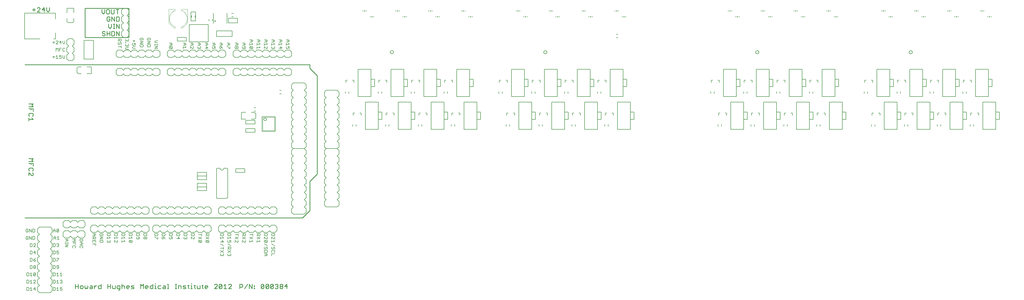
<source format=gto>
G75*
G70*
%OFA0B0*%
%FSLAX24Y24*%
%IPPOS*%
%LPD*%
%AMOC8*
5,1,8,0,0,1.08239X$1,22.5*
%
%ADD10C,0.0100*%
%ADD11C,0.0110*%
%ADD12C,0.0080*%
%ADD13C,0.0060*%
%ADD14C,0.0020*%
%ADD15C,0.0050*%
%ADD16R,0.0059X0.0118*%
%ADD17R,0.0118X0.0118*%
%ADD18C,0.0040*%
D10*
X001693Y010651D02*
X039693Y010651D01*
X040693Y011651D01*
X040693Y015651D01*
X041693Y016651D01*
X041693Y030151D01*
X040693Y031151D01*
X040693Y031651D01*
X001693Y031651D01*
X009943Y035401D02*
X015943Y035401D01*
X015943Y039401D01*
X009943Y039401D01*
X009943Y035401D01*
D11*
X012295Y035730D02*
X012393Y035631D01*
X012590Y035631D01*
X012689Y035730D01*
X012689Y035828D01*
X012590Y035926D01*
X012393Y035926D01*
X012295Y036025D01*
X012295Y036123D01*
X012393Y036222D01*
X012590Y036222D01*
X012689Y036123D01*
X012940Y036222D02*
X012940Y035631D01*
X012940Y035926D02*
X013333Y035926D01*
X013333Y035631D02*
X013333Y036222D01*
X013584Y036222D02*
X013584Y035631D01*
X013879Y035631D01*
X013978Y035730D01*
X013978Y036123D01*
X013879Y036222D01*
X013584Y036222D01*
X013799Y036631D02*
X013996Y036631D01*
X013897Y036631D02*
X013897Y037222D01*
X013799Y037222D02*
X013996Y037222D01*
X014229Y037222D02*
X014622Y036631D01*
X014622Y037222D01*
X014229Y037222D02*
X014229Y036631D01*
X014229Y036222D02*
X014622Y035631D01*
X014622Y036222D01*
X014229Y036222D02*
X014229Y035631D01*
X013351Y036631D02*
X013548Y036828D01*
X013548Y037222D01*
X013154Y037222D02*
X013154Y036828D01*
X013351Y036631D01*
X013235Y037631D02*
X013333Y037730D01*
X013333Y037926D01*
X013136Y037926D01*
X012940Y038123D02*
X012940Y037730D01*
X013038Y037631D01*
X013235Y037631D01*
X013584Y037631D02*
X013584Y038222D01*
X013978Y037631D01*
X013978Y038222D01*
X014229Y038222D02*
X014524Y038222D01*
X014622Y038123D01*
X014622Y037730D01*
X014524Y037631D01*
X014229Y037631D01*
X014229Y038222D01*
X014363Y038631D02*
X014363Y039222D01*
X014166Y039222D02*
X014560Y039222D01*
X013915Y039222D02*
X013915Y038730D01*
X013817Y038631D01*
X013620Y038631D01*
X013522Y038730D01*
X013522Y039222D01*
X013271Y039123D02*
X013271Y038730D01*
X013172Y038631D01*
X012975Y038631D01*
X012877Y038730D01*
X012877Y039123D01*
X012975Y039222D01*
X013172Y039222D01*
X013271Y039123D01*
X012626Y039222D02*
X012626Y038828D01*
X012429Y038631D01*
X012233Y038828D01*
X012233Y039222D01*
X013038Y038222D02*
X012940Y038123D01*
X013038Y038222D02*
X013235Y038222D01*
X013333Y038123D01*
X005075Y039091D02*
X005075Y039484D01*
X004682Y039484D02*
X004682Y039091D01*
X004879Y038894D01*
X005075Y039091D01*
X004431Y039189D02*
X004037Y039189D01*
X004333Y039484D01*
X004333Y038894D01*
X003786Y038894D02*
X003393Y038894D01*
X003786Y039287D01*
X003786Y039386D01*
X003688Y039484D01*
X003491Y039484D01*
X003393Y039386D01*
X003142Y039189D02*
X002748Y039189D01*
X002945Y039386D02*
X002945Y038992D01*
X002839Y026284D02*
X002642Y026087D01*
X002839Y025890D01*
X002248Y025890D01*
X002248Y025639D02*
X002839Y025639D01*
X002839Y025246D01*
X002740Y024995D02*
X002347Y024995D01*
X002248Y024896D01*
X002248Y024699D01*
X002347Y024601D01*
X002248Y024350D02*
X002248Y023956D01*
X002248Y024153D02*
X002839Y024153D01*
X002642Y024350D01*
X002740Y024601D02*
X002839Y024699D01*
X002839Y024896D01*
X002740Y024995D01*
X002543Y025442D02*
X002543Y025639D01*
X002248Y026284D02*
X002839Y026284D01*
X002839Y018784D02*
X002642Y018587D01*
X002839Y018390D01*
X002248Y018390D01*
X002248Y018139D02*
X002839Y018139D01*
X002839Y017746D01*
X002740Y017495D02*
X002347Y017495D01*
X002248Y017396D01*
X002248Y017199D01*
X002347Y017101D01*
X002248Y016850D02*
X002642Y016456D01*
X002740Y016456D01*
X002839Y016555D01*
X002839Y016752D01*
X002740Y016850D01*
X002740Y017101D02*
X002839Y017199D01*
X002839Y017396D01*
X002740Y017495D01*
X002543Y017942D02*
X002543Y018139D01*
X002248Y018784D02*
X002839Y018784D01*
X002248Y016850D02*
X002248Y016456D01*
X019571Y001645D02*
X019571Y001547D01*
X019571Y001350D02*
X019571Y000956D01*
X019473Y000956D02*
X019670Y000956D01*
X019902Y001055D02*
X020001Y000956D01*
X020296Y000956D01*
X020547Y001055D02*
X020645Y001153D01*
X020941Y001153D01*
X020941Y001251D02*
X020941Y000956D01*
X020645Y000956D01*
X020547Y001055D01*
X020645Y001350D02*
X020842Y001350D01*
X020941Y001251D01*
X021191Y000956D02*
X021388Y000956D01*
X021290Y000956D02*
X021290Y001547D01*
X021191Y001547D01*
X020296Y001350D02*
X020001Y001350D01*
X019902Y001251D01*
X019902Y001055D01*
X019571Y001350D02*
X019473Y001350D01*
X019222Y001350D02*
X018927Y001350D01*
X018828Y001251D01*
X018828Y001055D01*
X018927Y000956D01*
X019222Y000956D01*
X019222Y001547D01*
X018577Y001251D02*
X018577Y001153D01*
X018184Y001153D01*
X018184Y001055D02*
X018184Y001251D01*
X018282Y001350D01*
X018479Y001350D01*
X018577Y001251D01*
X018479Y000956D02*
X018282Y000956D01*
X018184Y001055D01*
X017933Y000956D02*
X017933Y001547D01*
X017736Y001350D01*
X017539Y001547D01*
X017539Y000956D01*
X016644Y001055D02*
X016545Y001153D01*
X016349Y001153D01*
X016250Y001251D01*
X016349Y001350D01*
X016644Y001350D01*
X016644Y001055D02*
X016545Y000956D01*
X016250Y000956D01*
X015999Y001153D02*
X015606Y001153D01*
X015606Y001055D02*
X015606Y001251D01*
X015704Y001350D01*
X015901Y001350D01*
X015999Y001251D01*
X015999Y001153D01*
X015901Y000956D02*
X015704Y000956D01*
X015606Y001055D01*
X015355Y000956D02*
X015355Y001251D01*
X015256Y001350D01*
X015059Y001350D01*
X014961Y001251D01*
X014710Y001350D02*
X014710Y000858D01*
X014612Y000759D01*
X014513Y000759D01*
X014415Y000956D02*
X014710Y000956D01*
X014961Y000956D02*
X014961Y001547D01*
X014710Y001350D02*
X014415Y001350D01*
X014317Y001251D01*
X014317Y001055D01*
X014415Y000956D01*
X014066Y000956D02*
X014066Y001350D01*
X014066Y000956D02*
X013770Y000956D01*
X013672Y001055D01*
X013672Y001350D01*
X013421Y001251D02*
X013027Y001251D01*
X013027Y000956D02*
X013027Y001547D01*
X013421Y001547D02*
X013421Y000956D01*
X012132Y000956D02*
X012132Y001547D01*
X012132Y001350D02*
X011837Y001350D01*
X011738Y001251D01*
X011738Y001055D01*
X011837Y000956D01*
X012132Y000956D01*
X011497Y001350D02*
X011398Y001350D01*
X011201Y001153D01*
X011201Y000956D02*
X011201Y001350D01*
X010950Y001251D02*
X010950Y000956D01*
X010655Y000956D01*
X010557Y001055D01*
X010655Y001153D01*
X010950Y001153D01*
X010950Y001251D02*
X010852Y001350D01*
X010655Y001350D01*
X010306Y001350D02*
X010306Y001055D01*
X010208Y000956D01*
X010109Y001055D01*
X010011Y000956D01*
X009912Y001055D01*
X009912Y001350D01*
X009661Y001251D02*
X009563Y001350D01*
X009366Y001350D01*
X009268Y001251D01*
X009268Y001055D01*
X009366Y000956D01*
X009563Y000956D01*
X009661Y001055D01*
X009661Y001251D01*
X009017Y001251D02*
X008623Y001251D01*
X008623Y000956D02*
X008623Y001547D01*
X009017Y001547D02*
X009017Y000956D01*
X022266Y000956D02*
X022463Y000956D01*
X022364Y000956D02*
X022364Y001547D01*
X022266Y001547D02*
X022463Y001547D01*
X022695Y001350D02*
X022991Y001350D01*
X023089Y001251D01*
X023089Y000956D01*
X023340Y000956D02*
X023635Y000956D01*
X023734Y001055D01*
X023635Y001153D01*
X023438Y001153D01*
X023340Y001251D01*
X023438Y001350D01*
X023734Y001350D01*
X023984Y001350D02*
X024181Y001350D01*
X024083Y001448D02*
X024083Y001055D01*
X024181Y000956D01*
X024414Y000956D02*
X024611Y000956D01*
X024513Y000956D02*
X024513Y001350D01*
X024414Y001350D01*
X024513Y001547D02*
X024513Y001645D01*
X024844Y001350D02*
X025041Y001350D01*
X024942Y001448D02*
X024942Y001055D01*
X025041Y000956D01*
X025274Y001055D02*
X025372Y000956D01*
X025667Y000956D01*
X025667Y001350D01*
X025918Y001350D02*
X026115Y001350D01*
X026016Y001448D02*
X026016Y001055D01*
X026115Y000956D01*
X026348Y001055D02*
X026348Y001251D01*
X026446Y001350D01*
X026643Y001350D01*
X026741Y001251D01*
X026741Y001153D01*
X026348Y001153D01*
X026348Y001055D02*
X026446Y000956D01*
X026643Y000956D01*
X027637Y000956D02*
X028030Y001350D01*
X028030Y001448D01*
X027932Y001547D01*
X027735Y001547D01*
X027637Y001448D01*
X027637Y000956D02*
X028030Y000956D01*
X028281Y001055D02*
X028675Y001448D01*
X028675Y001055D01*
X028577Y000956D01*
X028380Y000956D01*
X028281Y001055D01*
X028281Y001448D01*
X028380Y001547D01*
X028577Y001547D01*
X028675Y001448D01*
X028926Y001350D02*
X029123Y001547D01*
X029123Y000956D01*
X029319Y000956D02*
X028926Y000956D01*
X029570Y000956D02*
X029964Y001350D01*
X029964Y001448D01*
X029866Y001547D01*
X029669Y001547D01*
X029570Y001448D01*
X029570Y000956D02*
X029964Y000956D01*
X031123Y000956D02*
X031123Y001547D01*
X031418Y001547D01*
X031517Y001448D01*
X031517Y001251D01*
X031418Y001153D01*
X031123Y001153D01*
X031768Y000956D02*
X032161Y001547D01*
X032412Y001547D02*
X032806Y000956D01*
X032806Y001547D01*
X033057Y001350D02*
X033057Y001251D01*
X033155Y001251D01*
X033155Y001350D01*
X033057Y001350D01*
X033057Y001055D02*
X033057Y000956D01*
X033155Y000956D01*
X033155Y001055D01*
X033057Y001055D01*
X032412Y000956D02*
X032412Y001547D01*
X034024Y001448D02*
X034024Y001055D01*
X034417Y001448D01*
X034417Y001055D01*
X034319Y000956D01*
X034122Y000956D01*
X034024Y001055D01*
X034024Y001448D02*
X034122Y001547D01*
X034319Y001547D01*
X034417Y001448D01*
X034668Y001448D02*
X034766Y001547D01*
X034963Y001547D01*
X035062Y001448D01*
X034668Y001055D01*
X034766Y000956D01*
X034963Y000956D01*
X035062Y001055D01*
X035062Y001448D01*
X035313Y001448D02*
X035411Y001547D01*
X035608Y001547D01*
X035706Y001448D01*
X035313Y001055D01*
X035411Y000956D01*
X035608Y000956D01*
X035706Y001055D01*
X035706Y001448D01*
X035957Y001448D02*
X036056Y001547D01*
X036252Y001547D01*
X036351Y001448D01*
X036351Y001350D01*
X036252Y001251D01*
X036351Y001153D01*
X036351Y001055D01*
X036252Y000956D01*
X036056Y000956D01*
X035957Y001055D01*
X036154Y001251D02*
X036252Y001251D01*
X036602Y001153D02*
X036700Y001251D01*
X036897Y001251D01*
X036995Y001153D01*
X036995Y001055D01*
X036897Y000956D01*
X036700Y000956D01*
X036602Y001055D01*
X036602Y001153D01*
X036700Y001251D02*
X036602Y001350D01*
X036602Y001448D01*
X036700Y001547D01*
X036897Y001547D01*
X036995Y001448D01*
X036995Y001350D01*
X036897Y001251D01*
X037246Y001251D02*
X037640Y001251D01*
X037541Y000956D02*
X037541Y001547D01*
X037246Y001251D01*
X035313Y001055D02*
X035313Y001448D01*
X034668Y001448D02*
X034668Y001055D01*
X025274Y001055D02*
X025274Y001350D01*
X022695Y001350D02*
X022695Y000956D01*
D12*
X002187Y000691D02*
X001977Y000691D01*
X001977Y001112D01*
X002187Y001112D01*
X002257Y001041D01*
X002257Y000761D01*
X002187Y000691D01*
X002437Y000691D02*
X002718Y000691D01*
X002578Y000691D02*
X002578Y001112D01*
X002437Y000971D01*
X002898Y000901D02*
X003178Y000901D01*
X003108Y000691D02*
X003108Y001112D01*
X002898Y000901D01*
X002898Y001691D02*
X003178Y001971D01*
X003178Y002041D01*
X003108Y002112D01*
X002968Y002112D01*
X002898Y002041D01*
X002578Y002112D02*
X002578Y001691D01*
X002718Y001691D02*
X002437Y001691D01*
X002257Y001761D02*
X002257Y002041D01*
X002187Y002112D01*
X001977Y002112D01*
X001977Y001691D01*
X002187Y001691D01*
X002257Y001761D01*
X002437Y001971D02*
X002578Y002112D01*
X002898Y001691D02*
X003178Y001691D01*
X005608Y001691D02*
X005608Y002112D01*
X005818Y002112D01*
X005888Y002041D01*
X005888Y001761D01*
X005818Y001691D01*
X005608Y001691D01*
X006069Y001691D02*
X006349Y001691D01*
X006209Y001691D02*
X006209Y002112D01*
X006069Y001971D01*
X006529Y002041D02*
X006599Y002112D01*
X006739Y002112D01*
X006809Y002041D01*
X006809Y001971D01*
X006739Y001901D01*
X006809Y001831D01*
X006809Y001761D01*
X006739Y001691D01*
X006599Y001691D01*
X006529Y001761D01*
X006669Y001901D02*
X006739Y001901D01*
X006809Y001112D02*
X006529Y001112D01*
X006529Y000901D01*
X006669Y000971D01*
X006739Y000971D01*
X006809Y000901D01*
X006809Y000761D01*
X006739Y000691D01*
X006599Y000691D01*
X006529Y000761D01*
X006349Y000691D02*
X006069Y000691D01*
X006209Y000691D02*
X006209Y001112D01*
X006069Y000971D01*
X005888Y001041D02*
X005888Y000761D01*
X005818Y000691D01*
X005608Y000691D01*
X005608Y001112D01*
X005818Y001112D01*
X005888Y001041D01*
X005818Y002691D02*
X005888Y002761D01*
X005888Y003041D01*
X005818Y003112D01*
X005608Y003112D01*
X005608Y002691D01*
X005818Y002691D01*
X006069Y002691D02*
X006349Y002691D01*
X006209Y002691D02*
X006209Y003112D01*
X006069Y002971D01*
X006529Y002971D02*
X006669Y003112D01*
X006669Y002691D01*
X006529Y002691D02*
X006809Y002691D01*
X003178Y002761D02*
X003108Y002691D01*
X002968Y002691D01*
X002898Y002761D01*
X003178Y003041D01*
X003178Y002761D01*
X002898Y002761D02*
X002898Y003041D01*
X002968Y003112D01*
X003108Y003112D01*
X003178Y003041D01*
X002718Y002691D02*
X002437Y002691D01*
X002578Y002691D02*
X002578Y003112D01*
X002437Y002971D01*
X002257Y003041D02*
X002187Y003112D01*
X001977Y003112D01*
X001977Y002691D01*
X002187Y002691D01*
X002257Y002761D01*
X002257Y003041D01*
X002437Y003691D02*
X002648Y003691D01*
X002718Y003761D01*
X002718Y004041D01*
X002648Y004112D01*
X002437Y004112D01*
X002437Y003691D01*
X002898Y003761D02*
X002898Y003831D01*
X002968Y003901D01*
X003108Y003901D01*
X003178Y003831D01*
X003178Y003761D01*
X003108Y003691D01*
X002968Y003691D01*
X002898Y003761D01*
X002968Y003901D02*
X002898Y003971D01*
X002898Y004041D01*
X002968Y004112D01*
X003108Y004112D01*
X003178Y004041D01*
X003178Y003971D01*
X003108Y003901D01*
X005608Y004112D02*
X005608Y003691D01*
X005818Y003691D01*
X005888Y003761D01*
X005888Y004041D01*
X005818Y004112D01*
X005608Y004112D01*
X006069Y004041D02*
X006069Y003971D01*
X006139Y003901D01*
X006349Y003901D01*
X006349Y003761D02*
X006349Y004041D01*
X006279Y004112D01*
X006139Y004112D01*
X006069Y004041D01*
X006069Y003761D02*
X006139Y003691D01*
X006279Y003691D01*
X006349Y003761D01*
X006069Y004691D02*
X006069Y004761D01*
X006349Y005041D01*
X006349Y005112D01*
X006069Y005112D01*
X005888Y005041D02*
X005888Y004761D01*
X005818Y004691D01*
X005608Y004691D01*
X005608Y005112D01*
X005818Y005112D01*
X005888Y005041D01*
X003178Y005112D02*
X003038Y005041D01*
X002898Y004901D01*
X003108Y004901D01*
X003178Y004831D01*
X003178Y004761D01*
X003108Y004691D01*
X002968Y004691D01*
X002898Y004761D01*
X002898Y004901D01*
X002718Y004761D02*
X002718Y005041D01*
X002648Y005112D01*
X002437Y005112D01*
X002437Y004691D01*
X002648Y004691D01*
X002718Y004761D01*
X002648Y005691D02*
X002718Y005761D01*
X002718Y006041D01*
X002648Y006112D01*
X002437Y006112D01*
X002437Y005691D01*
X002648Y005691D01*
X002898Y005901D02*
X003178Y005901D01*
X003108Y005691D02*
X003108Y006112D01*
X002898Y005901D01*
X002898Y006691D02*
X003178Y006971D01*
X003178Y007041D01*
X003108Y007112D01*
X002968Y007112D01*
X002898Y007041D01*
X002718Y007041D02*
X002648Y007112D01*
X002437Y007112D01*
X002437Y006691D01*
X002648Y006691D01*
X002718Y006761D01*
X002718Y007041D01*
X002898Y006691D02*
X003178Y006691D01*
X005608Y006691D02*
X005608Y007112D01*
X005818Y007112D01*
X005888Y007041D01*
X005888Y006761D01*
X005818Y006691D01*
X005608Y006691D01*
X006069Y006761D02*
X006139Y006691D01*
X006279Y006691D01*
X006349Y006761D01*
X006349Y006831D01*
X006279Y006901D01*
X006209Y006901D01*
X006279Y006901D02*
X006349Y006971D01*
X006349Y007041D01*
X006279Y007112D01*
X006139Y007112D01*
X006069Y007041D01*
X007233Y006969D02*
X007654Y006969D01*
X007233Y006689D01*
X007654Y006689D01*
X007654Y007136D02*
X007654Y007276D01*
X007654Y007206D02*
X007233Y007206D01*
X007233Y007276D02*
X007233Y007136D01*
X007233Y007456D02*
X007513Y007456D01*
X007654Y007596D01*
X007513Y007736D01*
X007233Y007736D01*
X007193Y007901D02*
X007693Y007901D01*
X007943Y008151D01*
X008193Y007901D01*
X008693Y007901D01*
X008943Y008151D01*
X009193Y007901D01*
X009693Y007901D01*
X009943Y008151D01*
X009943Y008651D01*
X009693Y008901D01*
X009193Y008901D01*
X008943Y008651D01*
X008693Y008901D01*
X008193Y008901D01*
X007943Y008651D01*
X007693Y008901D01*
X007193Y008901D01*
X006943Y008651D01*
X006943Y008151D01*
X007193Y007901D01*
X007443Y007736D02*
X007443Y007456D01*
X008233Y007456D02*
X008654Y007456D01*
X008513Y007596D01*
X008654Y007736D01*
X008233Y007736D01*
X008233Y007276D02*
X008654Y007276D01*
X008654Y006996D01*
X008584Y006815D02*
X008303Y006815D01*
X008233Y006745D01*
X008233Y006605D01*
X008303Y006535D01*
X008584Y006535D02*
X008654Y006605D01*
X008654Y006745D01*
X008584Y006815D01*
X008443Y007136D02*
X008443Y007276D01*
X009233Y007276D02*
X009513Y007276D01*
X009654Y007136D01*
X009513Y006996D01*
X009233Y006996D01*
X009303Y006815D02*
X009233Y006745D01*
X009233Y006605D01*
X009303Y006535D01*
X009303Y006815D02*
X009584Y006815D01*
X009654Y006745D01*
X009654Y006605D01*
X009584Y006535D01*
X009443Y006996D02*
X009443Y007276D01*
X009303Y007456D02*
X009584Y007456D01*
X009654Y007526D01*
X009654Y007736D01*
X009233Y007736D01*
X009233Y007526D01*
X009303Y007456D01*
X010983Y007565D02*
X010983Y007285D01*
X010983Y007105D02*
X011404Y007105D01*
X011404Y006825D01*
X011193Y006965D02*
X011193Y007105D01*
X011404Y007285D02*
X011404Y007565D01*
X010983Y007565D01*
X010983Y007746D02*
X011123Y007886D01*
X011123Y007816D02*
X011123Y008026D01*
X010983Y008026D02*
X011404Y008026D01*
X011404Y007816D01*
X011334Y007746D01*
X011193Y007746D01*
X011123Y007816D01*
X011193Y007565D02*
X011193Y007425D01*
X011983Y007355D02*
X012053Y007285D01*
X012334Y007285D01*
X012404Y007355D01*
X012404Y007565D01*
X011983Y007565D01*
X011983Y007355D01*
X011983Y007746D02*
X012404Y007746D01*
X012404Y008026D02*
X011983Y007746D01*
X011983Y008026D02*
X012404Y008026D01*
X012334Y008206D02*
X012404Y008276D01*
X012404Y008416D01*
X012334Y008486D01*
X012053Y008486D01*
X011983Y008416D01*
X011983Y008276D01*
X012053Y008206D01*
X012193Y008206D01*
X012193Y008346D01*
X011943Y008651D02*
X011693Y008901D01*
X011443Y008651D01*
X010943Y008651D01*
X010693Y008901D01*
X010693Y009401D01*
X010943Y009651D01*
X011443Y009651D01*
X011693Y009401D01*
X011943Y009651D01*
X012443Y009651D01*
X012693Y009401D01*
X012943Y009651D01*
X013443Y009651D01*
X013693Y009401D01*
X013943Y009651D01*
X014443Y009651D01*
X014693Y009401D01*
X014943Y009651D01*
X015443Y009651D01*
X015693Y009401D01*
X015943Y009651D01*
X016443Y009651D01*
X016693Y009401D01*
X016943Y009651D01*
X017443Y009651D01*
X017693Y009401D01*
X017943Y009651D01*
X018443Y009651D01*
X018693Y009401D01*
X018693Y008901D01*
X018443Y008651D01*
X017943Y008651D01*
X017693Y008901D01*
X017443Y008651D01*
X016943Y008651D01*
X016693Y008901D01*
X016443Y008651D01*
X015943Y008651D01*
X015693Y008901D01*
X015443Y008651D01*
X014943Y008651D01*
X014693Y008901D01*
X014443Y008651D01*
X013943Y008651D01*
X013693Y008901D01*
X013443Y008651D01*
X012943Y008651D01*
X012693Y008901D01*
X012443Y008651D01*
X011943Y008651D01*
X011404Y008346D02*
X011263Y008206D01*
X010983Y008206D01*
X011193Y008206D02*
X011193Y008486D01*
X011263Y008486D02*
X011404Y008346D01*
X011263Y008486D02*
X010983Y008486D01*
X012983Y008486D02*
X012983Y008276D01*
X013053Y008206D01*
X013334Y008206D01*
X013404Y008276D01*
X013404Y008486D01*
X012983Y008486D01*
X013983Y008486D02*
X013983Y008276D01*
X014053Y008206D01*
X014334Y008206D01*
X014404Y008276D01*
X014404Y008486D01*
X013983Y008486D01*
X014983Y008486D02*
X014983Y008276D01*
X015053Y008206D01*
X015334Y008206D01*
X015404Y008276D01*
X015404Y008486D01*
X014983Y008486D01*
X015983Y008486D02*
X015983Y008276D01*
X016053Y008206D01*
X016334Y008206D01*
X016404Y008276D01*
X016404Y008486D01*
X015983Y008486D01*
X016983Y008486D02*
X016983Y008276D01*
X017053Y008206D01*
X017334Y008206D01*
X017404Y008276D01*
X017404Y008486D01*
X016983Y008486D01*
X017983Y008486D02*
X017983Y008276D01*
X018053Y008206D01*
X018334Y008206D01*
X018404Y008276D01*
X018404Y008486D01*
X017983Y008486D01*
X019193Y008901D02*
X019443Y008651D01*
X019943Y008651D01*
X020193Y008901D01*
X020443Y008651D01*
X020943Y008651D01*
X021193Y008901D01*
X021443Y008651D01*
X021943Y008651D01*
X022193Y008901D01*
X022443Y008651D01*
X022943Y008651D01*
X023193Y008901D01*
X023443Y008651D01*
X023943Y008651D01*
X024193Y008901D01*
X024443Y008651D01*
X024943Y008651D01*
X025193Y008901D01*
X025443Y008651D01*
X025943Y008651D01*
X026193Y008901D01*
X026443Y008651D01*
X026943Y008651D01*
X027193Y008901D01*
X027193Y009401D01*
X026943Y009651D01*
X026443Y009651D01*
X026193Y009401D01*
X025943Y009651D01*
X025443Y009651D01*
X025193Y009401D01*
X024943Y009651D01*
X024443Y009651D01*
X024193Y009401D01*
X023943Y009651D01*
X023443Y009651D01*
X023193Y009401D01*
X022943Y009651D01*
X022443Y009651D01*
X022193Y009401D01*
X021943Y009651D01*
X021443Y009651D01*
X021193Y009401D01*
X020943Y009651D01*
X020443Y009651D01*
X020193Y009401D01*
X019943Y009651D01*
X019443Y009651D01*
X019193Y009401D01*
X019193Y008901D01*
X019483Y008486D02*
X019483Y008276D01*
X019553Y008206D01*
X019834Y008206D01*
X019904Y008276D01*
X019904Y008486D01*
X019483Y008486D01*
X020483Y008486D02*
X020483Y008276D01*
X020553Y008206D01*
X020834Y008206D01*
X020904Y008276D01*
X020904Y008486D01*
X020483Y008486D01*
X021483Y008486D02*
X021483Y008276D01*
X021553Y008206D01*
X021834Y008206D01*
X021904Y008276D01*
X021904Y008486D01*
X021483Y008486D01*
X022483Y008486D02*
X022483Y008276D01*
X022553Y008206D01*
X022834Y008206D01*
X022904Y008276D01*
X022904Y008486D01*
X022483Y008486D01*
X023483Y008486D02*
X023483Y008276D01*
X023553Y008206D01*
X023834Y008206D01*
X023904Y008276D01*
X023904Y008486D01*
X023483Y008486D01*
X024483Y008486D02*
X024483Y008276D01*
X024553Y008206D01*
X024834Y008206D01*
X024904Y008276D01*
X024904Y008486D01*
X024483Y008486D01*
X025483Y008346D02*
X025904Y008346D01*
X025904Y008486D02*
X025904Y008206D01*
X025904Y008026D02*
X025483Y007746D01*
X025553Y007565D02*
X025834Y007285D01*
X025553Y007285D01*
X025483Y007355D01*
X025483Y007495D01*
X025553Y007565D01*
X025834Y007565D01*
X025904Y007495D01*
X025904Y007355D01*
X025834Y007285D01*
X025904Y007746D02*
X025483Y008026D01*
X024904Y007956D02*
X024834Y008026D01*
X024904Y007956D02*
X024904Y007816D01*
X024834Y007746D01*
X024763Y007746D01*
X024483Y008026D01*
X024483Y007746D01*
X023904Y007816D02*
X023834Y007746D01*
X023763Y007746D01*
X023693Y007816D01*
X023623Y007746D01*
X023553Y007746D01*
X023483Y007816D01*
X023483Y007956D01*
X023553Y008026D01*
X023693Y007886D02*
X023693Y007816D01*
X023904Y007816D02*
X023904Y007956D01*
X023834Y008026D01*
X022904Y007816D02*
X022693Y008026D01*
X022693Y007746D01*
X022483Y007816D02*
X022904Y007816D01*
X021904Y007746D02*
X021904Y008026D01*
X021693Y008026D01*
X021763Y007886D01*
X021763Y007816D01*
X021693Y007746D01*
X021553Y007746D01*
X021483Y007816D01*
X021483Y007956D01*
X021553Y008026D01*
X020904Y007746D02*
X020834Y007886D01*
X020693Y008026D01*
X020693Y007816D01*
X020623Y007746D01*
X020553Y007746D01*
X020483Y007816D01*
X020483Y007956D01*
X020553Y008026D01*
X020693Y008026D01*
X019904Y008026D02*
X019904Y007746D01*
X019834Y007746D01*
X019553Y008026D01*
X019483Y008026D01*
X018404Y007956D02*
X018404Y007816D01*
X018334Y007746D01*
X018263Y007746D01*
X018193Y007816D01*
X018193Y007956D01*
X018263Y008026D01*
X018334Y008026D01*
X018404Y007956D01*
X018193Y007956D02*
X018123Y008026D01*
X018053Y008026D01*
X017983Y007956D01*
X017983Y007816D01*
X018053Y007746D01*
X018123Y007746D01*
X018193Y007816D01*
X017404Y007816D02*
X017404Y007956D01*
X017334Y008026D01*
X017263Y008026D01*
X017193Y007956D01*
X017193Y007746D01*
X017053Y007746D02*
X017334Y007746D01*
X017404Y007816D01*
X017053Y007746D02*
X016983Y007816D01*
X016983Y007956D01*
X017053Y008026D01*
X016404Y007886D02*
X015983Y007886D01*
X015983Y008026D02*
X015983Y007746D01*
X016053Y007565D02*
X016334Y007285D01*
X016053Y007285D01*
X015983Y007355D01*
X015983Y007495D01*
X016053Y007565D01*
X016334Y007565D01*
X016404Y007495D01*
X016404Y007355D01*
X016334Y007285D01*
X016404Y007886D02*
X016263Y008026D01*
X015404Y007886D02*
X014983Y007886D01*
X014983Y008026D02*
X014983Y007746D01*
X014983Y007565D02*
X014983Y007285D01*
X014983Y007425D02*
X015404Y007425D01*
X015263Y007565D01*
X015404Y007886D02*
X015263Y008026D01*
X014404Y007886D02*
X013983Y007886D01*
X013983Y008026D02*
X013983Y007746D01*
X013983Y007565D02*
X014263Y007285D01*
X014334Y007285D01*
X014404Y007355D01*
X014404Y007495D01*
X014334Y007565D01*
X014404Y007886D02*
X014263Y008026D01*
X013983Y007565D02*
X013983Y007285D01*
X013404Y007355D02*
X013334Y007285D01*
X013263Y007285D01*
X013193Y007355D01*
X013123Y007285D01*
X013053Y007285D01*
X012983Y007355D01*
X012983Y007495D01*
X013053Y007565D01*
X012983Y007746D02*
X012983Y008026D01*
X012983Y007886D02*
X013404Y007886D01*
X013263Y008026D01*
X013334Y007565D02*
X013404Y007495D01*
X013404Y007355D01*
X013193Y007355D02*
X013193Y007425D01*
X006411Y007691D02*
X006131Y007691D01*
X006271Y007691D02*
X006271Y008112D01*
X006131Y007971D01*
X005951Y007971D02*
X005811Y008112D01*
X005671Y007971D01*
X005671Y007691D01*
X005671Y007901D02*
X005951Y007901D01*
X005951Y007971D02*
X005951Y007691D01*
X003059Y007761D02*
X003059Y008041D01*
X002989Y008112D01*
X002779Y008112D01*
X002779Y007691D01*
X002989Y007691D01*
X003059Y007761D01*
X002599Y007691D02*
X002599Y008112D01*
X002319Y008112D02*
X002599Y007691D01*
X002319Y007691D02*
X002319Y008112D01*
X002138Y008041D02*
X002068Y008112D01*
X001928Y008112D01*
X001858Y008041D01*
X001858Y007761D01*
X001928Y007691D01*
X002068Y007691D01*
X002138Y007761D01*
X002138Y007901D01*
X001998Y007901D01*
X001928Y008691D02*
X002068Y008691D01*
X002138Y008761D01*
X002138Y008901D01*
X001998Y008901D01*
X001858Y009041D02*
X001858Y008761D01*
X001928Y008691D01*
X001858Y009041D02*
X001928Y009112D01*
X002068Y009112D01*
X002138Y009041D01*
X002319Y009112D02*
X002599Y008691D01*
X002599Y009112D01*
X002779Y009112D02*
X002989Y009112D01*
X003059Y009041D01*
X003059Y008761D01*
X002989Y008691D01*
X002779Y008691D01*
X002779Y009112D01*
X002319Y009112D02*
X002319Y008691D01*
X005608Y008691D02*
X005608Y008971D01*
X005748Y009112D01*
X005888Y008971D01*
X005888Y008691D01*
X006069Y008761D02*
X006349Y009041D01*
X006349Y008761D01*
X006279Y008691D01*
X006139Y008691D01*
X006069Y008761D01*
X006069Y009041D01*
X006139Y009112D01*
X006279Y009112D01*
X006349Y009041D01*
X005888Y008901D02*
X005608Y008901D01*
X006943Y009526D02*
X007193Y009276D01*
X007693Y009276D01*
X007943Y009526D01*
X008193Y009276D01*
X008693Y009276D01*
X008943Y009526D01*
X009193Y009276D01*
X009693Y009276D01*
X009943Y009526D01*
X009943Y010026D01*
X009693Y010276D01*
X009193Y010276D01*
X008943Y010026D01*
X008693Y010276D01*
X008193Y010276D01*
X007943Y010026D01*
X007693Y010276D01*
X007193Y010276D01*
X006943Y010026D01*
X006943Y009526D01*
X010693Y011401D02*
X010943Y011151D01*
X011443Y011151D01*
X011693Y011401D01*
X011943Y011151D01*
X012443Y011151D01*
X012693Y011401D01*
X012943Y011151D01*
X013443Y011151D01*
X013693Y011401D01*
X013943Y011151D01*
X014443Y011151D01*
X014693Y011401D01*
X014943Y011151D01*
X015443Y011151D01*
X015693Y011401D01*
X015943Y011151D01*
X016443Y011151D01*
X016693Y011401D01*
X016943Y011151D01*
X017443Y011151D01*
X017693Y011401D01*
X017943Y011151D01*
X018443Y011151D01*
X018693Y011401D01*
X018693Y011901D01*
X018443Y012151D01*
X017943Y012151D01*
X017693Y011901D01*
X017443Y012151D01*
X016943Y012151D01*
X016693Y011901D01*
X016443Y012151D01*
X015943Y012151D01*
X015693Y011901D01*
X015443Y012151D01*
X014943Y012151D01*
X014693Y011901D01*
X014443Y012151D01*
X013943Y012151D01*
X013693Y011901D01*
X013443Y012151D01*
X012943Y012151D01*
X012693Y011901D01*
X012443Y012151D01*
X011943Y012151D01*
X011693Y011901D01*
X011443Y012151D01*
X010943Y012151D01*
X010693Y011901D01*
X010693Y011401D01*
X019193Y011401D02*
X019443Y011151D01*
X019943Y011151D01*
X020193Y011401D01*
X020443Y011151D01*
X020943Y011151D01*
X021193Y011401D01*
X021443Y011151D01*
X021943Y011151D01*
X022193Y011401D01*
X022443Y011151D01*
X022943Y011151D01*
X023193Y011401D01*
X023443Y011151D01*
X023943Y011151D01*
X024193Y011401D01*
X024443Y011151D01*
X024943Y011151D01*
X025193Y011401D01*
X025443Y011151D01*
X025943Y011151D01*
X026193Y011401D01*
X026443Y011151D01*
X026943Y011151D01*
X027193Y011401D01*
X027193Y011901D01*
X026943Y012151D01*
X026443Y012151D01*
X026193Y011901D01*
X025943Y012151D01*
X025443Y012151D01*
X025193Y011901D01*
X024943Y012151D01*
X024443Y012151D01*
X024193Y011901D01*
X023943Y012151D01*
X023443Y012151D01*
X023193Y011901D01*
X022943Y012151D01*
X022443Y012151D01*
X022193Y011901D01*
X021943Y012151D01*
X021443Y012151D01*
X021193Y011901D01*
X020943Y012151D01*
X020443Y012151D01*
X020193Y011901D01*
X019943Y012151D01*
X019443Y012151D01*
X019193Y011901D01*
X019193Y011401D01*
X027927Y013442D02*
X027927Y017321D01*
X027926Y017321D02*
X027925Y017342D01*
X027927Y017363D01*
X027932Y017383D01*
X027940Y017402D01*
X027951Y017419D01*
X027964Y017435D01*
X027980Y017448D01*
X027998Y017459D01*
X028017Y017467D01*
X028037Y017472D01*
X028038Y017471D02*
X028433Y017471D01*
X028433Y017451D02*
X028435Y017421D01*
X028440Y017391D01*
X028449Y017362D01*
X028462Y017335D01*
X028477Y017309D01*
X028496Y017285D01*
X028517Y017264D01*
X028541Y017245D01*
X028567Y017230D01*
X028594Y017217D01*
X028623Y017208D01*
X028653Y017203D01*
X028683Y017201D01*
X028713Y017203D01*
X028743Y017208D01*
X028772Y017217D01*
X028799Y017230D01*
X028825Y017245D01*
X028849Y017264D01*
X028870Y017285D01*
X028889Y017309D01*
X028904Y017335D01*
X028917Y017362D01*
X028926Y017391D01*
X028931Y017421D01*
X028933Y017451D01*
X028933Y017471D02*
X029265Y017471D01*
X029270Y017472D02*
X029295Y017473D01*
X029319Y017471D01*
X029343Y017465D01*
X029365Y017456D01*
X029386Y017443D01*
X029405Y017428D01*
X029422Y017410D01*
X029436Y017390D01*
X029447Y017369D01*
X029455Y017346D01*
X029460Y017322D01*
X029459Y017321D02*
X029459Y013481D01*
X029460Y013481D02*
X029458Y013458D01*
X029453Y013435D01*
X029444Y013413D01*
X029431Y013393D01*
X029416Y013375D01*
X029398Y013360D01*
X029378Y013347D01*
X029356Y013338D01*
X029333Y013333D01*
X029310Y013331D01*
X029309Y013331D02*
X028077Y013331D01*
X028077Y013330D02*
X028056Y013329D01*
X028035Y013331D01*
X028015Y013336D01*
X027996Y013344D01*
X027979Y013355D01*
X027963Y013368D01*
X027950Y013384D01*
X027939Y013402D01*
X027931Y013421D01*
X027926Y013441D01*
X028443Y012151D02*
X028193Y011901D01*
X028193Y011401D01*
X028443Y011151D01*
X028943Y011151D01*
X029193Y011401D01*
X029443Y011151D01*
X029943Y011151D01*
X030193Y011401D01*
X030443Y011151D01*
X030943Y011151D01*
X031193Y011401D01*
X031443Y011151D01*
X031943Y011151D01*
X032193Y011401D01*
X032443Y011151D01*
X032943Y011151D01*
X033193Y011401D01*
X033443Y011151D01*
X033943Y011151D01*
X034193Y011401D01*
X034443Y011151D01*
X034943Y011151D01*
X035193Y011401D01*
X035443Y011151D01*
X035943Y011151D01*
X036193Y011401D01*
X036193Y011901D01*
X035943Y012151D01*
X035443Y012151D01*
X035193Y011901D01*
X034943Y012151D01*
X034443Y012151D01*
X034193Y011901D01*
X033943Y012151D01*
X033443Y012151D01*
X033193Y011901D01*
X032943Y012151D01*
X032443Y012151D01*
X032193Y011901D01*
X031943Y012151D01*
X031443Y012151D01*
X031193Y011901D01*
X030943Y012151D01*
X030443Y012151D01*
X030193Y011901D01*
X029943Y012151D01*
X029443Y012151D01*
X029193Y011901D01*
X028943Y012151D01*
X028443Y012151D01*
X028443Y009651D02*
X028193Y009401D01*
X028193Y008901D01*
X028443Y008651D01*
X028943Y008651D01*
X029193Y008901D01*
X029443Y008651D01*
X029943Y008651D01*
X030193Y008901D01*
X030443Y008651D01*
X030943Y008651D01*
X031193Y008901D01*
X031443Y008651D01*
X031943Y008651D01*
X032193Y008901D01*
X032443Y008651D01*
X032943Y008651D01*
X033193Y008901D01*
X033443Y008651D01*
X033943Y008651D01*
X034193Y008901D01*
X034443Y008651D01*
X034943Y008651D01*
X035193Y008901D01*
X035443Y008651D01*
X035943Y008651D01*
X036193Y008901D01*
X036193Y009401D01*
X035943Y009651D01*
X035443Y009651D01*
X035193Y009401D01*
X034943Y009651D01*
X034443Y009651D01*
X034193Y009401D01*
X033943Y009651D01*
X033443Y009651D01*
X033193Y009401D01*
X032943Y009651D01*
X032443Y009651D01*
X032193Y009401D01*
X031943Y009651D01*
X031443Y009651D01*
X031193Y009401D01*
X030943Y009651D01*
X030443Y009651D01*
X030193Y009401D01*
X029943Y009651D01*
X029443Y009651D01*
X029193Y009401D01*
X028943Y009651D01*
X028443Y009651D01*
X028483Y008486D02*
X028483Y008276D01*
X028553Y008206D01*
X028834Y008206D01*
X028904Y008276D01*
X028904Y008486D01*
X028483Y008486D01*
X029483Y008486D02*
X029483Y008276D01*
X029553Y008206D01*
X029834Y008206D01*
X029904Y008276D01*
X029904Y008486D01*
X029483Y008486D01*
X030483Y008346D02*
X030904Y008346D01*
X030904Y008486D02*
X030904Y008206D01*
X030904Y008026D02*
X030483Y007746D01*
X030483Y007565D02*
X030763Y007285D01*
X030834Y007285D01*
X030904Y007355D01*
X030904Y007495D01*
X030834Y007565D01*
X030904Y007746D02*
X030483Y008026D01*
X030483Y007565D02*
X030483Y007285D01*
X029904Y007285D02*
X029904Y007565D01*
X029693Y007565D01*
X029763Y007425D01*
X029763Y007355D01*
X029693Y007285D01*
X029553Y007285D01*
X029483Y007355D01*
X029483Y007495D01*
X029553Y007565D01*
X029483Y007746D02*
X029483Y008026D01*
X029483Y007886D02*
X029904Y007886D01*
X029763Y008026D01*
X028904Y007886D02*
X028483Y007886D01*
X028483Y008026D02*
X028483Y007746D01*
X028693Y007565D02*
X028693Y007285D01*
X028483Y007355D02*
X028904Y007355D01*
X028693Y007565D01*
X028904Y007886D02*
X028763Y008026D01*
X026904Y008026D02*
X026483Y007746D01*
X026553Y007565D02*
X026834Y007285D01*
X026553Y007285D01*
X026483Y007355D01*
X026483Y007495D01*
X026553Y007565D01*
X026834Y007565D01*
X026904Y007495D01*
X026904Y007355D01*
X026834Y007285D01*
X026904Y007746D02*
X026483Y008026D01*
X026483Y008206D02*
X026623Y008346D01*
X026623Y008276D02*
X026623Y008486D01*
X026483Y008486D02*
X026904Y008486D01*
X026904Y008276D01*
X026834Y008206D01*
X026693Y008206D01*
X026623Y008276D01*
X028483Y007105D02*
X028904Y006825D01*
X028904Y006645D02*
X028904Y006365D01*
X028904Y006505D02*
X028483Y006505D01*
X028483Y006184D02*
X028904Y005904D01*
X028834Y005724D02*
X028904Y005654D01*
X028904Y005514D01*
X028834Y005444D01*
X028763Y005444D01*
X028693Y005514D01*
X028623Y005444D01*
X028553Y005444D01*
X028483Y005514D01*
X028483Y005654D01*
X028553Y005724D01*
X028483Y005904D02*
X028904Y006184D01*
X029483Y006184D02*
X029904Y005904D01*
X029834Y005724D02*
X029904Y005654D01*
X029904Y005514D01*
X029834Y005444D01*
X029763Y005444D01*
X029693Y005514D01*
X029623Y005444D01*
X029553Y005444D01*
X029483Y005514D01*
X029483Y005654D01*
X029553Y005724D01*
X029483Y005904D02*
X029904Y006184D01*
X029834Y006365D02*
X029693Y006365D01*
X029623Y006435D01*
X029623Y006645D01*
X029483Y006645D02*
X029904Y006645D01*
X029904Y006435D01*
X029834Y006365D01*
X029623Y006505D02*
X029483Y006365D01*
X029904Y006825D02*
X029483Y007105D01*
X031483Y007285D02*
X031483Y007565D01*
X031763Y007285D01*
X031834Y007285D01*
X031904Y007355D01*
X031904Y007495D01*
X031834Y007565D01*
X031904Y007746D02*
X031483Y008026D01*
X031483Y008206D02*
X031623Y008346D01*
X031623Y008276D02*
X031623Y008486D01*
X031483Y008486D02*
X031904Y008486D01*
X031904Y008276D01*
X031834Y008206D01*
X031693Y008206D01*
X031623Y008276D01*
X031904Y008026D02*
X031483Y007746D01*
X032483Y007746D02*
X032904Y008026D01*
X032904Y008206D02*
X032904Y008486D01*
X032904Y008346D02*
X032483Y008346D01*
X032483Y008026D02*
X032904Y007746D01*
X032763Y007565D02*
X032904Y007425D01*
X032483Y007425D01*
X032483Y007565D02*
X032483Y007285D01*
X033483Y007285D02*
X033483Y007565D01*
X033483Y007425D02*
X033904Y007425D01*
X033763Y007565D01*
X033904Y007746D02*
X033483Y008026D01*
X033483Y008206D02*
X033623Y008346D01*
X033623Y008276D02*
X033623Y008486D01*
X033483Y008486D02*
X033904Y008486D01*
X033904Y008276D01*
X033834Y008206D01*
X033693Y008206D01*
X033623Y008276D01*
X033904Y008026D02*
X033483Y007746D01*
X034483Y007746D02*
X034483Y008026D01*
X034763Y007746D01*
X034834Y007746D01*
X034904Y007816D01*
X034904Y007956D01*
X034834Y008026D01*
X034834Y008206D02*
X034904Y008276D01*
X034904Y008486D01*
X034483Y008486D01*
X034483Y008276D01*
X034553Y008206D01*
X034834Y008206D01*
X035483Y008276D02*
X035553Y008206D01*
X035834Y008206D01*
X035904Y008276D01*
X035904Y008486D01*
X035483Y008486D01*
X035483Y008276D01*
X035483Y008026D02*
X035763Y007746D01*
X035834Y007746D01*
X035904Y007816D01*
X035904Y007956D01*
X035834Y008026D01*
X035483Y008026D02*
X035483Y007746D01*
X035483Y007565D02*
X035483Y007285D01*
X035483Y007425D02*
X035904Y007425D01*
X035763Y007565D01*
X035483Y007105D02*
X035904Y006825D01*
X035834Y006645D02*
X035763Y006645D01*
X035693Y006575D01*
X035693Y006435D01*
X035623Y006365D01*
X035553Y006365D01*
X035483Y006435D01*
X035483Y006575D01*
X035553Y006645D01*
X035834Y006645D02*
X035904Y006575D01*
X035904Y006435D01*
X035834Y006365D01*
X035834Y006184D02*
X035553Y006184D01*
X035483Y006114D01*
X035483Y005974D01*
X035553Y005904D01*
X035483Y005724D02*
X035483Y005444D01*
X035483Y005724D02*
X035904Y005724D01*
X035834Y005904D02*
X035904Y005974D01*
X035904Y006114D01*
X035834Y006184D01*
X034904Y006184D02*
X034904Y005974D01*
X034834Y005904D01*
X034553Y005904D01*
X034483Y005974D01*
X034483Y006184D01*
X034904Y006184D01*
X034834Y006365D02*
X034904Y006435D01*
X034904Y006575D01*
X034834Y006645D01*
X034763Y006645D01*
X034693Y006575D01*
X034693Y006435D01*
X034623Y006365D01*
X034553Y006365D01*
X034483Y006435D01*
X034483Y006575D01*
X034553Y006645D01*
X034904Y006825D02*
X034483Y007105D01*
X034553Y007285D02*
X034483Y007355D01*
X034483Y007495D01*
X034553Y007565D01*
X034834Y007285D01*
X034553Y007285D01*
X034553Y007565D02*
X034834Y007565D01*
X034904Y007495D01*
X034904Y007355D01*
X034834Y007285D01*
X034763Y005724D02*
X034904Y005584D01*
X034763Y005444D01*
X034483Y005444D01*
X034693Y005444D02*
X034693Y005724D01*
X034763Y005724D02*
X034483Y005724D01*
X029693Y005584D02*
X029693Y005514D01*
X028693Y005514D02*
X028693Y005584D01*
X006349Y005761D02*
X006279Y005691D01*
X006139Y005691D01*
X006069Y005761D01*
X006069Y005901D02*
X006209Y005971D01*
X006279Y005971D01*
X006349Y005901D01*
X006349Y005761D01*
X006069Y005901D02*
X006069Y006112D01*
X006349Y006112D01*
X005888Y006041D02*
X005818Y006112D01*
X005608Y006112D01*
X005608Y005691D01*
X005818Y005691D01*
X005888Y005761D01*
X005888Y006041D01*
X031334Y024179D02*
X031334Y025124D01*
X031925Y025124D01*
X032712Y025124D02*
X033145Y025124D01*
X033302Y024966D01*
X033302Y024336D01*
X033145Y024179D01*
X032712Y024179D01*
X031925Y024179D02*
X031334Y024179D01*
X031443Y030151D02*
X031193Y030401D01*
X030943Y030151D01*
X030443Y030151D01*
X030193Y030401D01*
X030193Y030901D01*
X030443Y031151D01*
X030943Y031151D01*
X031193Y030901D01*
X031443Y031151D01*
X031943Y031151D01*
X032193Y030901D01*
X032443Y031151D01*
X032943Y031151D01*
X033193Y030901D01*
X033443Y031151D01*
X033943Y031151D01*
X034193Y030901D01*
X034443Y031151D01*
X034943Y031151D01*
X035193Y030901D01*
X035443Y031151D01*
X035943Y031151D01*
X036193Y030901D01*
X036443Y031151D01*
X036943Y031151D01*
X037193Y030901D01*
X037443Y031151D01*
X037943Y031151D01*
X038193Y030901D01*
X038193Y030401D01*
X037943Y030151D01*
X037443Y030151D01*
X037193Y030401D01*
X036943Y030151D01*
X036443Y030151D01*
X036193Y030401D01*
X035943Y030151D01*
X035443Y030151D01*
X035193Y030401D01*
X034943Y030151D01*
X034443Y030151D01*
X034193Y030401D01*
X033943Y030151D01*
X033443Y030151D01*
X033193Y030401D01*
X032943Y030151D01*
X032443Y030151D01*
X032193Y030401D01*
X031943Y030151D01*
X031443Y030151D01*
X029193Y030401D02*
X029193Y030901D01*
X028943Y031151D01*
X028443Y031151D01*
X028193Y030901D01*
X027943Y031151D01*
X027443Y031151D01*
X027193Y030901D01*
X026943Y031151D01*
X026443Y031151D01*
X026193Y030901D01*
X025943Y031151D01*
X025443Y031151D01*
X025193Y030901D01*
X024943Y031151D01*
X024443Y031151D01*
X024193Y030901D01*
X023943Y031151D01*
X023443Y031151D01*
X023193Y030901D01*
X022943Y031151D01*
X022443Y031151D01*
X022193Y030901D01*
X021943Y031151D01*
X021443Y031151D01*
X021193Y030901D01*
X021193Y030401D01*
X021443Y030151D01*
X021943Y030151D01*
X022193Y030401D01*
X022443Y030151D01*
X022943Y030151D01*
X023193Y030401D01*
X023443Y030151D01*
X023943Y030151D01*
X024193Y030401D01*
X024443Y030151D01*
X024943Y030151D01*
X025193Y030401D01*
X025443Y030151D01*
X025943Y030151D01*
X026193Y030401D01*
X026443Y030151D01*
X026943Y030151D01*
X027193Y030401D01*
X027443Y030151D01*
X027943Y030151D01*
X028193Y030401D01*
X028443Y030151D01*
X028943Y030151D01*
X029193Y030401D01*
X028943Y032651D02*
X028443Y032651D01*
X028193Y032901D01*
X027943Y032651D01*
X027443Y032651D01*
X027193Y032901D01*
X026943Y032651D01*
X026443Y032651D01*
X026193Y032901D01*
X025943Y032651D01*
X025443Y032651D01*
X025193Y032901D01*
X024943Y032651D01*
X024443Y032651D01*
X024193Y032901D01*
X023943Y032651D01*
X023443Y032651D01*
X023193Y032901D01*
X022943Y032651D01*
X022443Y032651D01*
X022193Y032901D01*
X021943Y032651D01*
X021443Y032651D01*
X021193Y032901D01*
X021193Y033401D01*
X021443Y033651D01*
X021943Y033651D01*
X022193Y033401D01*
X022443Y033651D01*
X022943Y033651D01*
X023193Y033401D01*
X023443Y033651D01*
X023943Y033651D01*
X024193Y033401D01*
X024443Y033651D01*
X024943Y033651D01*
X025193Y033401D01*
X025443Y033651D01*
X025943Y033651D01*
X026193Y033401D01*
X026443Y033651D01*
X026943Y033651D01*
X027193Y033401D01*
X027443Y033651D01*
X027943Y033651D01*
X028193Y033401D01*
X028443Y033651D01*
X028943Y033651D01*
X029193Y033401D01*
X029193Y032901D01*
X028943Y032651D01*
X030193Y032901D02*
X030193Y033401D01*
X030443Y033651D01*
X030943Y033651D01*
X031193Y033401D01*
X031443Y033651D01*
X031943Y033651D01*
X032193Y033401D01*
X032443Y033651D01*
X032943Y033651D01*
X033193Y033401D01*
X033443Y033651D01*
X033943Y033651D01*
X034193Y033401D01*
X034443Y033651D01*
X034943Y033651D01*
X035193Y033401D01*
X035443Y033651D01*
X035943Y033651D01*
X036193Y033401D01*
X036443Y033651D01*
X036943Y033651D01*
X037193Y033401D01*
X037443Y033651D01*
X037943Y033651D01*
X038193Y033401D01*
X038193Y032901D01*
X037943Y032651D01*
X037443Y032651D01*
X037193Y032901D01*
X036943Y032651D01*
X036443Y032651D01*
X036193Y032901D01*
X035943Y032651D01*
X035443Y032651D01*
X035193Y032901D01*
X034943Y032651D01*
X034443Y032651D01*
X034193Y032901D01*
X033943Y032651D01*
X033443Y032651D01*
X033193Y032901D01*
X032943Y032651D01*
X032443Y032651D01*
X032193Y032901D01*
X031943Y032651D01*
X031443Y032651D01*
X031193Y032901D01*
X030943Y032651D01*
X030443Y032651D01*
X030193Y032901D01*
X032483Y033918D02*
X032553Y033848D01*
X032834Y033848D01*
X032553Y034128D01*
X032483Y034058D01*
X032483Y033918D01*
X032553Y034128D02*
X032834Y034128D01*
X032904Y034058D01*
X032904Y033918D01*
X032834Y033848D01*
X033483Y033848D02*
X033483Y034128D01*
X033483Y033988D02*
X033904Y033988D01*
X033763Y034128D01*
X033483Y034308D02*
X033483Y034588D01*
X033483Y034448D02*
X033904Y034448D01*
X033763Y034588D01*
X033763Y034768D02*
X033483Y034768D01*
X033693Y034768D02*
X033693Y035049D01*
X033763Y035049D02*
X033904Y034909D01*
X033763Y034768D01*
X033763Y035049D02*
X033483Y035049D01*
X032904Y034909D02*
X032763Y034768D01*
X032483Y034768D01*
X032483Y034588D02*
X032483Y034308D01*
X032483Y034448D02*
X032904Y034448D01*
X032763Y034588D01*
X032693Y034768D02*
X032693Y035049D01*
X032763Y035049D02*
X032483Y035049D01*
X032763Y035049D02*
X032904Y034909D01*
X031904Y034471D02*
X031763Y034331D01*
X031483Y034331D01*
X031553Y034151D02*
X031483Y034081D01*
X031483Y033941D01*
X031553Y033871D01*
X031834Y033871D01*
X031904Y033941D01*
X031904Y034081D01*
X031834Y034151D01*
X031763Y034151D01*
X031693Y034081D01*
X031693Y033871D01*
X031693Y034331D02*
X031693Y034611D01*
X031763Y034611D02*
X031904Y034471D01*
X031763Y034611D02*
X031483Y034611D01*
X030904Y034471D02*
X030763Y034331D01*
X030483Y034331D01*
X030553Y034151D02*
X030623Y034151D01*
X030693Y034081D01*
X030693Y033941D01*
X030623Y033871D01*
X030553Y033871D01*
X030483Y033941D01*
X030483Y034081D01*
X030553Y034151D01*
X030693Y034081D02*
X030763Y034151D01*
X030834Y034151D01*
X030904Y034081D01*
X030904Y033941D01*
X030834Y033871D01*
X030763Y033871D01*
X030693Y033941D01*
X030693Y034331D02*
X030693Y034611D01*
X030763Y034611D02*
X030904Y034471D01*
X030763Y034611D02*
X030483Y034611D01*
X029779Y034471D02*
X029638Y034331D01*
X029358Y034331D01*
X029358Y034151D02*
X029428Y034151D01*
X029709Y033871D01*
X029779Y033871D01*
X029779Y034151D01*
X029568Y034331D02*
X029568Y034611D01*
X029638Y034611D02*
X029779Y034471D01*
X029638Y034611D02*
X029358Y034611D01*
X028779Y034471D02*
X028638Y034331D01*
X028358Y034331D01*
X028428Y034151D02*
X028358Y034081D01*
X028358Y033941D01*
X028428Y033871D01*
X028498Y033871D01*
X028568Y033941D01*
X028568Y034151D01*
X028428Y034151D01*
X028568Y034151D02*
X028709Y034011D01*
X028779Y033871D01*
X028568Y034331D02*
X028568Y034611D01*
X028638Y034611D02*
X028779Y034471D01*
X028638Y034611D02*
X028358Y034611D01*
X027779Y034471D02*
X027638Y034331D01*
X027358Y034331D01*
X027428Y034151D02*
X027358Y034081D01*
X027358Y033941D01*
X027428Y033871D01*
X027568Y033871D01*
X027638Y033941D01*
X027638Y034011D01*
X027568Y034151D01*
X027779Y034151D01*
X027779Y033871D01*
X027568Y034331D02*
X027568Y034611D01*
X027638Y034611D02*
X027779Y034471D01*
X027638Y034611D02*
X027358Y034611D01*
X026779Y034471D02*
X026638Y034331D01*
X026358Y034331D01*
X026568Y034331D02*
X026568Y034611D01*
X026638Y034611D02*
X026779Y034471D01*
X026638Y034611D02*
X026358Y034611D01*
X026568Y034151D02*
X026568Y033871D01*
X026358Y033941D02*
X026779Y033941D01*
X026568Y034151D01*
X025779Y034081D02*
X025779Y033941D01*
X025709Y033871D01*
X025638Y033871D01*
X025568Y033941D01*
X025498Y033871D01*
X025428Y033871D01*
X025358Y033941D01*
X025358Y034081D01*
X025428Y034151D01*
X025358Y034331D02*
X025638Y034331D01*
X025779Y034471D01*
X025638Y034611D01*
X025358Y034611D01*
X025568Y034611D02*
X025568Y034331D01*
X025709Y034151D02*
X025779Y034081D01*
X025568Y034011D02*
X025568Y033941D01*
X024779Y033941D02*
X024779Y034081D01*
X024709Y034151D01*
X024638Y034331D02*
X024358Y034331D01*
X024358Y034151D02*
X024638Y033871D01*
X024709Y033871D01*
X024779Y033941D01*
X024638Y034331D02*
X024779Y034471D01*
X024638Y034611D01*
X024358Y034611D01*
X024568Y034611D02*
X024568Y034331D01*
X024358Y034151D02*
X024358Y033871D01*
X023779Y034011D02*
X023358Y034011D01*
X023358Y034151D02*
X023358Y033871D01*
X023638Y034151D02*
X023779Y034011D01*
X023638Y034331D02*
X023358Y034331D01*
X023568Y034331D02*
X023568Y034611D01*
X023638Y034611D02*
X023779Y034471D01*
X023638Y034331D01*
X023638Y034611D02*
X023358Y034611D01*
X021904Y034471D02*
X021763Y034331D01*
X021483Y034331D01*
X021553Y034151D02*
X021834Y033871D01*
X021553Y033871D01*
X021483Y033941D01*
X021483Y034081D01*
X021553Y034151D01*
X021834Y034151D01*
X021904Y034081D01*
X021904Y033941D01*
X021834Y033871D01*
X021693Y034331D02*
X021693Y034611D01*
X021763Y034611D02*
X021904Y034471D01*
X021763Y034611D02*
X021483Y034611D01*
X019904Y034643D02*
X019623Y034643D01*
X019483Y034784D01*
X019623Y034924D01*
X019904Y034924D01*
X019904Y034463D02*
X019904Y034323D01*
X019904Y034393D02*
X019483Y034393D01*
X019483Y034463D02*
X019483Y034323D01*
X019483Y034156D02*
X019904Y034156D01*
X019483Y033876D01*
X019904Y033876D01*
X019943Y033651D02*
X020193Y033401D01*
X020193Y032901D01*
X019943Y032651D01*
X019443Y032651D01*
X019193Y032901D01*
X018943Y032651D01*
X018443Y032651D01*
X018193Y032901D01*
X017943Y032651D01*
X017443Y032651D01*
X017193Y032901D01*
X016943Y032651D01*
X016443Y032651D01*
X016193Y032901D01*
X015943Y032651D01*
X015443Y032651D01*
X015193Y032901D01*
X014943Y032651D01*
X014443Y032651D01*
X014193Y032901D01*
X014193Y033401D01*
X014443Y033651D01*
X014943Y033651D01*
X015193Y033401D01*
X015443Y033651D01*
X015943Y033651D01*
X016193Y033401D01*
X016443Y033651D01*
X016943Y033651D01*
X017193Y033401D01*
X017443Y033651D01*
X017943Y033651D01*
X018193Y033401D01*
X018443Y033651D01*
X018943Y033651D01*
X019193Y033401D01*
X019443Y033651D01*
X019943Y033651D01*
X018904Y034168D02*
X018904Y034378D01*
X018483Y034378D01*
X018483Y034168D01*
X018553Y034098D01*
X018834Y034098D01*
X018904Y034168D01*
X018904Y034558D02*
X018483Y034558D01*
X018904Y034838D01*
X018483Y034838D01*
X018553Y035018D02*
X018693Y035018D01*
X018693Y035159D01*
X018553Y035299D02*
X018483Y035229D01*
X018483Y035089D01*
X018553Y035018D01*
X018834Y035018D02*
X018904Y035089D01*
X018904Y035229D01*
X018834Y035299D01*
X018553Y035299D01*
X017904Y035229D02*
X017834Y035299D01*
X017553Y035299D01*
X017483Y035229D01*
X017483Y035089D01*
X017553Y035018D01*
X017693Y035018D01*
X017693Y035159D01*
X017834Y035018D02*
X017904Y035089D01*
X017904Y035229D01*
X017904Y034838D02*
X017483Y034838D01*
X017483Y034558D02*
X017904Y034558D01*
X017904Y034378D02*
X017904Y034168D01*
X017834Y034098D01*
X017553Y034098D01*
X017483Y034168D01*
X017483Y034378D01*
X017904Y034378D01*
X017483Y034558D02*
X017904Y034838D01*
X016841Y034588D02*
X016631Y034588D01*
X016701Y034448D01*
X016701Y034378D01*
X016631Y034308D01*
X016491Y034308D01*
X016421Y034378D01*
X016421Y034518D01*
X016491Y034588D01*
X016631Y034768D02*
X016631Y035049D01*
X016771Y034909D02*
X016491Y034909D01*
X016841Y034588D02*
X016841Y034308D01*
X016841Y034128D02*
X016561Y034128D01*
X016421Y033988D01*
X016561Y033848D01*
X016841Y033848D01*
X015904Y033743D02*
X015623Y033743D01*
X015483Y033883D01*
X015623Y034023D01*
X015904Y034023D01*
X015834Y034203D02*
X015763Y034203D01*
X015693Y034273D01*
X015623Y034203D01*
X015553Y034203D01*
X015483Y034273D01*
X015483Y034413D01*
X015553Y034483D01*
X015553Y034643D02*
X015483Y034643D01*
X015483Y034713D01*
X015553Y034713D01*
X015553Y034643D01*
X015553Y034893D02*
X015483Y034964D01*
X015483Y035104D01*
X015553Y035174D01*
X015693Y035034D02*
X015693Y034964D01*
X015623Y034893D01*
X015553Y034893D01*
X015693Y034964D02*
X015763Y034893D01*
X015834Y034893D01*
X015904Y034964D01*
X015904Y035104D01*
X015834Y035174D01*
X015693Y035401D02*
X015193Y035401D01*
X014943Y035651D01*
X014943Y036151D01*
X015193Y036401D01*
X014943Y036651D01*
X014943Y037151D01*
X015193Y037401D01*
X014943Y037651D01*
X014943Y038151D01*
X015193Y038401D01*
X014943Y038651D01*
X014943Y039151D01*
X015193Y039401D01*
X015693Y039401D01*
X015943Y039151D01*
X015943Y038651D01*
X015693Y038401D01*
X015943Y038151D01*
X015943Y037651D01*
X015693Y037401D01*
X015943Y037151D01*
X015943Y036651D01*
X015693Y036401D01*
X015943Y036151D01*
X015943Y035651D01*
X015693Y035401D01*
X014904Y035174D02*
X014904Y034964D01*
X014834Y034893D01*
X014693Y034893D01*
X014623Y034964D01*
X014623Y035174D01*
X014483Y035174D02*
X014904Y035174D01*
X014623Y035034D02*
X014483Y034893D01*
X014553Y034713D02*
X014483Y034643D01*
X014483Y034503D01*
X014553Y034433D01*
X014623Y034433D01*
X014693Y034503D01*
X014693Y034643D01*
X014763Y034713D01*
X014834Y034713D01*
X014904Y034643D01*
X014904Y034503D01*
X014834Y034433D01*
X014904Y034253D02*
X014904Y033973D01*
X014904Y034113D02*
X014483Y034113D01*
X015693Y034273D02*
X015693Y034343D01*
X015834Y034203D02*
X015904Y034273D01*
X015904Y034413D01*
X015834Y034483D01*
X011093Y035004D02*
X011093Y032424D01*
X009793Y032424D01*
X009793Y035004D01*
X011093Y035004D01*
X008443Y034964D02*
X008443Y034464D01*
X008193Y034214D01*
X008443Y033964D01*
X008443Y033464D01*
X008193Y033214D01*
X008443Y032964D01*
X008443Y032464D01*
X008193Y032214D01*
X007693Y032214D01*
X007443Y032464D01*
X007443Y032964D01*
X007693Y033214D01*
X007443Y033464D01*
X007443Y033964D01*
X007693Y034214D01*
X007443Y034464D01*
X007443Y034964D01*
X007693Y035214D01*
X008193Y035214D01*
X008443Y034964D01*
X007178Y034924D02*
X007178Y034644D01*
X007038Y034504D01*
X006898Y034644D01*
X006898Y034924D01*
X006648Y034924D02*
X006437Y034714D01*
X006718Y034714D01*
X006648Y034504D02*
X006648Y034924D01*
X006257Y034854D02*
X006187Y034924D01*
X006047Y034924D01*
X005977Y034854D01*
X005797Y034714D02*
X005517Y034714D01*
X005657Y034854D02*
X005657Y034574D01*
X005977Y034504D02*
X006257Y034784D01*
X006257Y034854D01*
X006257Y034504D02*
X005977Y034504D01*
X005977Y033924D02*
X006117Y033784D01*
X006257Y033924D01*
X006257Y033504D01*
X006437Y033504D02*
X006437Y033924D01*
X006718Y033924D01*
X006898Y033854D02*
X006968Y033924D01*
X007108Y033924D01*
X007178Y033854D01*
X006898Y033854D02*
X006898Y033574D01*
X006968Y033504D01*
X007108Y033504D01*
X007178Y033574D01*
X006578Y033714D02*
X006437Y033714D01*
X005977Y033504D02*
X005977Y033924D01*
X006117Y032924D02*
X006117Y032504D01*
X005977Y032504D02*
X006257Y032504D01*
X006437Y032574D02*
X006507Y032504D01*
X006648Y032504D01*
X006718Y032574D01*
X006718Y032714D01*
X006648Y032784D01*
X006578Y032784D01*
X006437Y032714D01*
X006437Y032924D01*
X006718Y032924D01*
X006898Y032924D02*
X006898Y032644D01*
X007038Y032504D01*
X007178Y032644D01*
X007178Y032924D01*
X006117Y032924D02*
X005977Y032784D01*
X005797Y032714D02*
X005517Y032714D01*
X005657Y032854D02*
X005657Y032574D01*
X008834Y031216D02*
X008834Y030586D01*
X008991Y030429D01*
X009425Y030429D01*
X010212Y030429D02*
X010803Y030429D01*
X010803Y031374D01*
X010212Y031374D01*
X009425Y031374D02*
X008991Y031374D01*
X008834Y031216D01*
X014193Y030901D02*
X014193Y030401D01*
X014443Y030151D01*
X014943Y030151D01*
X015193Y030401D01*
X015443Y030151D01*
X015943Y030151D01*
X016193Y030401D01*
X016443Y030151D01*
X016943Y030151D01*
X017193Y030401D01*
X017443Y030151D01*
X017943Y030151D01*
X018193Y030401D01*
X018443Y030151D01*
X018943Y030151D01*
X019193Y030401D01*
X019443Y030151D01*
X019943Y030151D01*
X020193Y030401D01*
X020193Y030901D01*
X019943Y031151D01*
X019443Y031151D01*
X019193Y030901D01*
X018943Y031151D01*
X018443Y031151D01*
X018193Y030901D01*
X017943Y031151D01*
X017443Y031151D01*
X017193Y030901D01*
X016943Y031151D01*
X016443Y031151D01*
X016193Y030901D01*
X015943Y031151D01*
X015443Y031151D01*
X015193Y030901D01*
X014943Y031151D01*
X014443Y031151D01*
X014193Y030901D01*
X005899Y035192D02*
X005624Y035192D01*
X005899Y035192D02*
X005899Y036019D01*
X003773Y035192D02*
X001687Y035192D01*
X001687Y038735D01*
X005899Y038735D01*
X005899Y037909D01*
X007471Y038007D02*
X007471Y037574D01*
X007628Y037417D01*
X008258Y037417D01*
X008416Y037574D01*
X008416Y038007D01*
X008416Y038795D02*
X008416Y039385D01*
X007471Y039385D01*
X007471Y038795D01*
X027676Y037636D02*
X027678Y037651D01*
X027684Y037664D01*
X027693Y037676D01*
X027704Y037685D01*
X027718Y037691D01*
X027733Y037693D01*
X027748Y037691D01*
X027761Y037685D01*
X027773Y037676D01*
X027782Y037665D01*
X027788Y037651D01*
X027790Y037636D01*
X027788Y037621D01*
X027782Y037608D01*
X027773Y037596D01*
X027762Y037587D01*
X027748Y037581D01*
X027733Y037579D01*
X027718Y037581D01*
X027705Y037587D01*
X027693Y037596D01*
X027684Y037607D01*
X027678Y037621D01*
X027676Y037636D01*
X034483Y035049D02*
X034763Y035049D01*
X034904Y034909D01*
X034763Y034768D01*
X034483Y034768D01*
X034483Y034588D02*
X034483Y034308D01*
X034483Y034448D02*
X034904Y034448D01*
X034763Y034588D01*
X034693Y034768D02*
X034693Y035049D01*
X035483Y035049D02*
X035763Y035049D01*
X035904Y034909D01*
X035763Y034768D01*
X035483Y034768D01*
X035483Y034588D02*
X035483Y034308D01*
X035483Y034448D02*
X035904Y034448D01*
X035763Y034588D01*
X035693Y034768D02*
X035693Y035049D01*
X036483Y035049D02*
X036763Y035049D01*
X036904Y034909D01*
X036763Y034768D01*
X036483Y034768D01*
X036483Y034588D02*
X036483Y034308D01*
X036483Y034448D02*
X036904Y034448D01*
X036763Y034588D01*
X036693Y034768D02*
X036693Y035049D01*
X037483Y035049D02*
X037763Y035049D01*
X037904Y034909D01*
X037763Y034768D01*
X037483Y034768D01*
X037483Y034588D02*
X037483Y034308D01*
X037483Y034448D02*
X037904Y034448D01*
X037763Y034588D01*
X037693Y034768D02*
X037693Y035049D01*
X037693Y034128D02*
X037763Y033988D01*
X037763Y033918D01*
X037693Y033848D01*
X037553Y033848D01*
X037483Y033918D01*
X037483Y034058D01*
X037553Y034128D01*
X037693Y034128D02*
X037904Y034128D01*
X037904Y033848D01*
X036904Y033918D02*
X036693Y034128D01*
X036693Y033848D01*
X036483Y033918D02*
X036904Y033918D01*
X035904Y033918D02*
X035834Y033848D01*
X035763Y033848D01*
X035693Y033918D01*
X035623Y033848D01*
X035553Y033848D01*
X035483Y033918D01*
X035483Y034058D01*
X035553Y034128D01*
X035693Y033988D02*
X035693Y033918D01*
X035904Y033918D02*
X035904Y034058D01*
X035834Y034128D01*
X034904Y034058D02*
X034834Y034128D01*
X034904Y034058D02*
X034904Y033918D01*
X034834Y033848D01*
X034763Y033848D01*
X034483Y034128D01*
X034483Y033848D01*
D13*
X030068Y035526D02*
X027943Y035526D01*
X027943Y036276D01*
X030068Y036276D01*
X030068Y035526D01*
X026818Y034776D02*
X024193Y034776D01*
X024193Y037151D01*
X026818Y037151D01*
X026818Y034776D01*
X023818Y034901D02*
X022568Y034901D01*
X022568Y035401D01*
X023818Y035401D01*
X023818Y034901D01*
X027513Y037316D02*
X027513Y038736D01*
X029373Y038736D02*
X029373Y037316D01*
X029568Y037401D02*
X029568Y038026D01*
X030818Y038026D01*
X030818Y037401D01*
X029568Y037401D01*
X027367Y037658D02*
X027367Y037894D01*
X026895Y037894D02*
X026895Y037658D01*
X025068Y037651D02*
X024443Y037651D01*
X024443Y038901D01*
X025068Y038901D01*
X025068Y037651D01*
X024992Y038158D02*
X024992Y038394D01*
X024520Y038394D02*
X024520Y038158D01*
X030013Y038227D02*
X030249Y038227D01*
X030249Y038700D02*
X030013Y038700D01*
X045633Y029536D02*
X045853Y029536D01*
X045633Y029536D02*
X045633Y029216D01*
X046533Y029536D02*
X046753Y029536D01*
X046753Y029216D01*
X050133Y029216D02*
X050133Y029536D01*
X050353Y029536D01*
X051033Y029536D02*
X051253Y029536D01*
X051253Y029216D01*
X054633Y029216D02*
X054633Y029536D01*
X054853Y029536D01*
X055533Y029536D02*
X055753Y029536D01*
X055753Y029216D01*
X059133Y029216D02*
X059133Y029536D01*
X059353Y029536D01*
X060033Y029536D02*
X060253Y029536D01*
X060253Y029216D01*
X059554Y027957D02*
X059554Y027721D01*
X059082Y027721D02*
X059082Y027957D01*
X055054Y027957D02*
X055054Y027721D01*
X054582Y027721D02*
X054582Y027957D01*
X050554Y027957D02*
X050554Y027721D01*
X050082Y027721D02*
X050082Y027957D01*
X046054Y027957D02*
X046054Y027721D01*
X045582Y027721D02*
X045582Y027957D01*
X044693Y027901D02*
X044443Y028151D01*
X042943Y028151D01*
X042693Y027901D01*
X042693Y027401D01*
X042943Y027151D01*
X042693Y026901D01*
X042693Y026401D01*
X042943Y026151D01*
X042693Y025901D01*
X042693Y025401D01*
X042943Y025151D01*
X042693Y024901D01*
X042693Y024401D01*
X042943Y024151D01*
X042693Y023901D01*
X042693Y023401D01*
X042943Y023151D01*
X042693Y022901D01*
X042693Y022401D01*
X042943Y022151D01*
X042693Y021901D01*
X042693Y021401D01*
X042943Y021151D01*
X042693Y020901D01*
X042693Y020401D01*
X042943Y020151D01*
X042693Y019901D01*
X042693Y019401D01*
X042943Y019151D01*
X042693Y018901D01*
X042693Y018401D01*
X042943Y018151D01*
X042693Y017901D01*
X042693Y017401D01*
X042943Y017151D01*
X042693Y016901D01*
X042693Y016401D01*
X042943Y016151D01*
X042693Y015901D01*
X042693Y015401D01*
X042943Y015151D01*
X042693Y014901D01*
X042693Y014401D01*
X042943Y014151D01*
X042693Y013901D01*
X042693Y013401D01*
X042943Y013151D01*
X042693Y012901D01*
X042693Y012401D01*
X042943Y012151D01*
X044443Y012151D01*
X044693Y012401D01*
X044693Y012901D01*
X044443Y013151D01*
X044693Y013401D01*
X044693Y013901D01*
X044443Y014151D01*
X044693Y014401D01*
X044693Y014901D01*
X044443Y015151D01*
X044693Y015401D01*
X044693Y015901D01*
X044443Y016151D01*
X044693Y016401D01*
X044693Y016901D01*
X044443Y017151D01*
X044693Y017401D01*
X044693Y017901D01*
X044443Y018151D01*
X044693Y018401D01*
X044693Y018901D01*
X044443Y019151D01*
X044693Y019401D01*
X044693Y019901D01*
X044443Y020151D01*
X042943Y020151D01*
X044443Y020151D01*
X044693Y020401D01*
X044693Y020901D01*
X044443Y021151D01*
X044693Y021401D01*
X044693Y021901D01*
X044443Y022151D01*
X044693Y022401D01*
X044693Y022901D01*
X044443Y023151D01*
X044693Y023401D01*
X044693Y023901D01*
X044443Y024151D01*
X044693Y024401D01*
X044693Y024901D01*
X044443Y025151D01*
X044693Y025401D01*
X044693Y025901D01*
X044443Y026151D01*
X044693Y026401D01*
X044693Y026901D01*
X044443Y027151D01*
X044693Y027401D01*
X044693Y027901D01*
X040193Y027901D02*
X040193Y027401D01*
X039943Y027151D01*
X040193Y026901D01*
X040193Y026401D01*
X039943Y026151D01*
X040193Y025901D01*
X040193Y025401D01*
X039943Y025151D01*
X040193Y024901D01*
X040193Y024401D01*
X039943Y024151D01*
X040193Y023901D01*
X040193Y023401D01*
X039943Y023151D01*
X040193Y022901D01*
X040193Y022401D01*
X039943Y022151D01*
X040193Y021901D01*
X040193Y021401D01*
X039943Y021151D01*
X040193Y020901D01*
X040193Y020401D01*
X039943Y020151D01*
X038443Y020151D01*
X038193Y020401D01*
X038193Y020901D01*
X038443Y021151D01*
X038193Y021401D01*
X038193Y021901D01*
X038443Y022151D01*
X038193Y022401D01*
X038193Y022901D01*
X038443Y023151D01*
X038193Y023401D01*
X038193Y023901D01*
X038443Y024151D01*
X038193Y024401D01*
X038193Y024901D01*
X038443Y025151D01*
X038193Y025401D01*
X038193Y025901D01*
X038443Y026151D01*
X038193Y026401D01*
X038193Y026901D01*
X038443Y027151D01*
X038193Y027401D01*
X038193Y027901D01*
X038443Y028151D01*
X038193Y028401D01*
X038193Y028901D01*
X038443Y029151D01*
X039943Y029151D01*
X040193Y028901D01*
X040193Y028401D01*
X039943Y028151D01*
X040193Y027901D01*
X036811Y027665D02*
X036575Y027665D01*
X036575Y028137D02*
X036811Y028137D01*
X033311Y025762D02*
X033075Y025762D01*
X033075Y025290D02*
X033311Y025290D01*
X034169Y024516D02*
X035967Y024516D01*
X035967Y022536D01*
X034169Y022536D01*
X034169Y024516D01*
X034408Y024166D02*
X034410Y024192D01*
X034416Y024218D01*
X034425Y024242D01*
X034438Y024265D01*
X034454Y024286D01*
X034473Y024304D01*
X034494Y024320D01*
X034518Y024332D01*
X034542Y024340D01*
X034568Y024345D01*
X034595Y024346D01*
X034621Y024343D01*
X034646Y024336D01*
X034670Y024326D01*
X034693Y024312D01*
X034713Y024296D01*
X034730Y024276D01*
X034745Y024254D01*
X034756Y024230D01*
X034764Y024205D01*
X034768Y024179D01*
X034768Y024153D01*
X034764Y024127D01*
X034756Y024102D01*
X034745Y024078D01*
X034730Y024056D01*
X034713Y024036D01*
X034693Y024020D01*
X034670Y024006D01*
X034646Y023996D01*
X034621Y023989D01*
X034595Y023986D01*
X034568Y023987D01*
X034542Y023992D01*
X034518Y024000D01*
X034494Y024012D01*
X034473Y024028D01*
X034454Y024046D01*
X034438Y024067D01*
X034425Y024090D01*
X034416Y024114D01*
X034410Y024140D01*
X034408Y024166D01*
X033193Y024026D02*
X033193Y023526D01*
X031943Y023526D01*
X031943Y024026D01*
X033193Y024026D01*
X033193Y022901D02*
X031943Y022901D01*
X031943Y022401D01*
X033193Y022401D01*
X033193Y022901D01*
X038193Y019901D02*
X038193Y019401D01*
X038443Y019151D01*
X038193Y018901D01*
X038193Y018401D01*
X038443Y018151D01*
X038193Y017901D01*
X038193Y017401D01*
X038443Y017151D01*
X038193Y016901D01*
X038193Y016401D01*
X038443Y016151D01*
X038193Y015901D01*
X038193Y015401D01*
X038443Y015151D01*
X038193Y014901D01*
X038193Y014401D01*
X038443Y014151D01*
X038193Y013901D01*
X038193Y013401D01*
X038443Y013151D01*
X038193Y012901D01*
X038193Y012401D01*
X038443Y012151D01*
X038193Y011901D01*
X038193Y011401D01*
X038443Y011151D01*
X039943Y011151D01*
X040193Y011401D01*
X040193Y011901D01*
X039943Y012151D01*
X040193Y012401D01*
X040193Y012901D01*
X039943Y013151D01*
X040193Y013401D01*
X040193Y013901D01*
X039943Y014151D01*
X040193Y014401D01*
X040193Y014901D01*
X039943Y015151D01*
X040193Y015401D01*
X040193Y015901D01*
X039943Y016151D01*
X040193Y016401D01*
X040193Y016901D01*
X039943Y017151D01*
X040193Y017401D01*
X040193Y017901D01*
X039943Y018151D01*
X040193Y018401D01*
X040193Y018901D01*
X039943Y019151D01*
X040193Y019401D01*
X040193Y019901D01*
X039943Y020151D01*
X038443Y020151D01*
X038193Y019901D01*
X031818Y017401D02*
X030568Y017401D01*
X030568Y016901D01*
X031818Y016901D01*
X031818Y017401D01*
X026568Y016901D02*
X026568Y016401D01*
X026568Y015901D01*
X025318Y015901D01*
X025318Y016401D01*
X025318Y016901D01*
X026568Y016901D01*
X026568Y016401D02*
X025318Y016401D01*
X025318Y015401D02*
X025318Y014901D01*
X025318Y014401D01*
X026568Y014401D01*
X026568Y014901D01*
X025318Y014901D01*
X026568Y014901D02*
X026568Y015401D01*
X025318Y015401D01*
X005443Y009151D02*
X005193Y009401D01*
X003693Y009401D01*
X003443Y009151D01*
X003443Y008651D01*
X003693Y008401D01*
X003443Y008151D01*
X003443Y007651D01*
X003693Y007401D01*
X003443Y007151D01*
X003443Y006651D01*
X003693Y006401D01*
X003443Y006151D01*
X003443Y005651D01*
X003693Y005401D01*
X003443Y005151D01*
X003443Y004651D01*
X003693Y004401D01*
X003443Y004151D01*
X003443Y003651D01*
X003693Y003401D01*
X003443Y003151D01*
X003443Y002651D01*
X003693Y002401D01*
X003443Y002151D01*
X003443Y001651D01*
X003693Y001401D01*
X003443Y001151D01*
X003443Y000651D01*
X003693Y000401D01*
X005193Y000401D01*
X005443Y000651D01*
X005443Y001151D01*
X005193Y001401D01*
X005443Y001651D01*
X005443Y002151D01*
X005193Y002401D01*
X005443Y002651D01*
X005443Y003151D01*
X005193Y003401D01*
X005443Y003651D01*
X005443Y004151D01*
X005193Y004401D01*
X005443Y004651D01*
X005443Y005151D01*
X005193Y005401D01*
X005443Y005651D01*
X005443Y006151D01*
X005193Y006401D01*
X005443Y006651D01*
X005443Y007151D01*
X005193Y007401D01*
X005443Y007651D01*
X005443Y008151D01*
X005193Y008401D01*
X005443Y008651D01*
X005443Y009151D01*
X046582Y023221D02*
X046582Y023457D01*
X047054Y023457D02*
X047054Y023221D01*
X051082Y023221D02*
X051082Y023457D01*
X051554Y023457D02*
X051554Y023221D01*
X055582Y023221D02*
X055582Y023457D01*
X056054Y023457D02*
X056054Y023221D01*
X060082Y023221D02*
X060082Y023457D01*
X060554Y023457D02*
X060554Y023221D01*
X060133Y024716D02*
X060133Y025036D01*
X060353Y025036D01*
X061033Y025036D02*
X061253Y025036D01*
X061253Y024716D01*
X056753Y024716D02*
X056753Y025036D01*
X056533Y025036D01*
X055853Y025036D02*
X055633Y025036D01*
X055633Y024716D01*
X052253Y024716D02*
X052253Y025036D01*
X052033Y025036D01*
X051353Y025036D02*
X051133Y025036D01*
X051133Y024716D01*
X047753Y024716D02*
X047753Y025036D01*
X047533Y025036D01*
X046853Y025036D02*
X046633Y025036D01*
X046633Y024716D01*
X066582Y027721D02*
X066582Y027957D01*
X067054Y027957D02*
X067054Y027721D01*
X071082Y027721D02*
X071082Y027957D01*
X071554Y027957D02*
X071554Y027721D01*
X075582Y027721D02*
X075582Y027957D01*
X076054Y027957D02*
X076054Y027721D01*
X080082Y027721D02*
X080082Y027957D01*
X080554Y027957D02*
X080554Y027721D01*
X080133Y029216D02*
X080133Y029536D01*
X080353Y029536D01*
X081033Y029536D02*
X081253Y029536D01*
X081253Y029216D01*
X076753Y029216D02*
X076753Y029536D01*
X076533Y029536D01*
X075853Y029536D02*
X075633Y029536D01*
X075633Y029216D01*
X072253Y029216D02*
X072253Y029536D01*
X072033Y029536D01*
X071353Y029536D02*
X071133Y029536D01*
X071133Y029216D01*
X067753Y029216D02*
X067753Y029536D01*
X067533Y029536D01*
X066853Y029536D02*
X066633Y029536D01*
X066633Y029216D01*
X067633Y025036D02*
X067853Y025036D01*
X067633Y025036D02*
X067633Y024716D01*
X068533Y025036D02*
X068753Y025036D01*
X068753Y024716D01*
X072133Y024716D02*
X072133Y025036D01*
X072353Y025036D01*
X073033Y025036D02*
X073253Y025036D01*
X073253Y024716D01*
X076633Y024716D02*
X076633Y025036D01*
X076853Y025036D01*
X077533Y025036D02*
X077753Y025036D01*
X077753Y024716D01*
X081133Y024716D02*
X081133Y025036D01*
X081353Y025036D01*
X082033Y025036D02*
X082253Y025036D01*
X082253Y024716D01*
X081554Y023457D02*
X081554Y023221D01*
X081082Y023221D02*
X081082Y023457D01*
X077054Y023457D02*
X077054Y023221D01*
X076582Y023221D02*
X076582Y023457D01*
X072554Y023457D02*
X072554Y023221D01*
X072082Y023221D02*
X072082Y023457D01*
X068054Y023457D02*
X068054Y023221D01*
X067582Y023221D02*
X067582Y023457D01*
X095582Y027721D02*
X095582Y027957D01*
X096054Y027957D02*
X096054Y027721D01*
X100082Y027721D02*
X100082Y027957D01*
X100554Y027957D02*
X100554Y027721D01*
X104582Y027721D02*
X104582Y027957D01*
X105054Y027957D02*
X105054Y027721D01*
X109082Y027721D02*
X109082Y027957D01*
X109554Y027957D02*
X109554Y027721D01*
X109133Y029216D02*
X109133Y029536D01*
X109353Y029536D01*
X110033Y029536D02*
X110253Y029536D01*
X110253Y029216D01*
X105753Y029216D02*
X105753Y029536D01*
X105533Y029536D01*
X104853Y029536D02*
X104633Y029536D01*
X104633Y029216D01*
X101253Y029216D02*
X101253Y029536D01*
X101033Y029536D01*
X100353Y029536D02*
X100133Y029536D01*
X100133Y029216D01*
X096753Y029216D02*
X096753Y029536D01*
X096533Y029536D01*
X095853Y029536D02*
X095633Y029536D01*
X095633Y029216D01*
X096633Y025036D02*
X096853Y025036D01*
X096633Y025036D02*
X096633Y024716D01*
X097533Y025036D02*
X097753Y025036D01*
X097753Y024716D01*
X101133Y024716D02*
X101133Y025036D01*
X101353Y025036D01*
X102033Y025036D02*
X102253Y025036D01*
X102253Y024716D01*
X105633Y024716D02*
X105633Y025036D01*
X105853Y025036D01*
X106533Y025036D02*
X106753Y025036D01*
X106753Y024716D01*
X110133Y024716D02*
X110133Y025036D01*
X110353Y025036D01*
X111033Y025036D02*
X111253Y025036D01*
X111253Y024716D01*
X110554Y023457D02*
X110554Y023221D01*
X110082Y023221D02*
X110082Y023457D01*
X106054Y023457D02*
X106054Y023221D01*
X105582Y023221D02*
X105582Y023457D01*
X101554Y023457D02*
X101554Y023221D01*
X101082Y023221D02*
X101082Y023457D01*
X097054Y023457D02*
X097054Y023221D01*
X096582Y023221D02*
X096582Y023457D01*
X116582Y027721D02*
X116582Y027957D01*
X117054Y027957D02*
X117054Y027721D01*
X121082Y027721D02*
X121082Y027957D01*
X121554Y027957D02*
X121554Y027721D01*
X125582Y027721D02*
X125582Y027957D01*
X126054Y027957D02*
X126054Y027721D01*
X130082Y027721D02*
X130082Y027957D01*
X130554Y027957D02*
X130554Y027721D01*
X130133Y029216D02*
X130133Y029536D01*
X130353Y029536D01*
X131033Y029536D02*
X131253Y029536D01*
X131253Y029216D01*
X126753Y029216D02*
X126753Y029536D01*
X126533Y029536D01*
X125853Y029536D02*
X125633Y029536D01*
X125633Y029216D01*
X122253Y029216D02*
X122253Y029536D01*
X122033Y029536D01*
X121353Y029536D02*
X121133Y029536D01*
X121133Y029216D01*
X117753Y029216D02*
X117753Y029536D01*
X117533Y029536D01*
X116853Y029536D02*
X116633Y029536D01*
X116633Y029216D01*
X117633Y025036D02*
X117853Y025036D01*
X117633Y025036D02*
X117633Y024716D01*
X118533Y025036D02*
X118753Y025036D01*
X118753Y024716D01*
X118054Y023457D02*
X118054Y023221D01*
X117582Y023221D02*
X117582Y023457D01*
X122082Y023457D02*
X122082Y023221D01*
X122554Y023221D02*
X122554Y023457D01*
X122133Y024716D02*
X122133Y025036D01*
X122353Y025036D01*
X123033Y025036D02*
X123253Y025036D01*
X123253Y024716D01*
X126633Y024716D02*
X126633Y025036D01*
X126853Y025036D01*
X127533Y025036D02*
X127753Y025036D01*
X127753Y024716D01*
X127054Y023457D02*
X127054Y023221D01*
X126582Y023221D02*
X126582Y023457D01*
X131082Y023457D02*
X131082Y023221D01*
X131554Y023221D02*
X131554Y023457D01*
X131133Y024716D02*
X131133Y025036D01*
X131353Y025036D01*
X132033Y025036D02*
X132253Y025036D01*
X132253Y024716D01*
X082874Y035352D02*
X082638Y035352D01*
X082638Y035825D02*
X082874Y035825D01*
D14*
X035877Y024426D02*
X034259Y024426D01*
X034259Y022626D01*
X035877Y022626D01*
X035877Y024426D01*
D15*
X047307Y027281D02*
X047307Y031021D01*
X049079Y031021D01*
X049079Y029643D01*
X049571Y029643D01*
X049571Y028659D01*
X049079Y028659D01*
X049079Y027281D01*
X047307Y027281D01*
X048307Y026521D02*
X050079Y026521D01*
X050079Y025143D01*
X050571Y025143D01*
X050571Y024159D01*
X050079Y024159D01*
X050079Y022781D01*
X048307Y022781D01*
X048307Y026521D01*
X051807Y027281D02*
X051807Y031021D01*
X053579Y031021D01*
X053579Y029643D01*
X054071Y029643D01*
X054071Y028659D01*
X053579Y028659D01*
X053579Y027281D01*
X051807Y027281D01*
X052807Y026521D02*
X054579Y026521D01*
X054579Y025143D01*
X055071Y025143D01*
X055071Y024159D01*
X054579Y024159D01*
X054579Y022781D01*
X052807Y022781D01*
X052807Y026521D01*
X056307Y027281D02*
X056307Y031021D01*
X058079Y031021D01*
X058079Y029643D01*
X058571Y029643D01*
X058571Y028659D01*
X058079Y028659D01*
X058079Y027281D01*
X056307Y027281D01*
X057307Y026521D02*
X059079Y026521D01*
X059079Y025143D01*
X059571Y025143D01*
X059571Y024159D01*
X059079Y024159D01*
X059079Y022781D01*
X057307Y022781D01*
X057307Y026521D01*
X060807Y027281D02*
X060807Y031021D01*
X062579Y031021D01*
X062579Y029643D01*
X063071Y029643D01*
X063071Y028659D01*
X062579Y028659D01*
X062579Y027281D01*
X060807Y027281D01*
X061807Y026521D02*
X063579Y026521D01*
X063579Y025143D01*
X064071Y025143D01*
X064071Y024159D01*
X063579Y024159D01*
X063579Y022781D01*
X061807Y022781D01*
X061807Y026521D01*
X063579Y025143D02*
X063579Y024159D01*
X059079Y024159D02*
X059079Y025143D01*
X054579Y025143D02*
X054579Y024159D01*
X050079Y024159D02*
X050079Y025143D01*
X049079Y028659D02*
X049079Y029643D01*
X053579Y029643D02*
X053579Y028659D01*
X058079Y028659D02*
X058079Y029643D01*
X062579Y029643D02*
X062579Y028659D01*
X068307Y027281D02*
X068307Y031021D01*
X070079Y031021D01*
X070079Y029643D01*
X070571Y029643D01*
X070571Y028659D01*
X070079Y028659D01*
X070079Y027281D01*
X068307Y027281D01*
X069307Y026521D02*
X071079Y026521D01*
X071079Y025143D01*
X071571Y025143D01*
X071571Y024159D01*
X071079Y024159D01*
X071079Y022781D01*
X069307Y022781D01*
X069307Y026521D01*
X072807Y027281D02*
X072807Y031021D01*
X074579Y031021D01*
X074579Y029643D01*
X075071Y029643D01*
X075071Y028659D01*
X074579Y028659D01*
X074579Y027281D01*
X072807Y027281D01*
X073807Y026521D02*
X075579Y026521D01*
X075579Y025143D01*
X076071Y025143D01*
X076071Y024159D01*
X075579Y024159D01*
X075579Y022781D01*
X073807Y022781D01*
X073807Y026521D01*
X077307Y027281D02*
X077307Y031021D01*
X079079Y031021D01*
X079079Y029643D01*
X079571Y029643D01*
X079571Y028659D01*
X079079Y028659D01*
X079079Y027281D01*
X077307Y027281D01*
X078307Y026521D02*
X080079Y026521D01*
X080079Y025143D01*
X080571Y025143D01*
X080571Y024159D01*
X080079Y024159D01*
X080079Y022781D01*
X078307Y022781D01*
X078307Y026521D01*
X081807Y027281D02*
X081807Y031021D01*
X083579Y031021D01*
X083579Y029643D01*
X084071Y029643D01*
X084071Y028659D01*
X083579Y028659D01*
X083579Y027281D01*
X081807Y027281D01*
X082807Y026521D02*
X084579Y026521D01*
X084579Y025143D01*
X085071Y025143D01*
X085071Y024159D01*
X084579Y024159D01*
X084579Y022781D01*
X082807Y022781D01*
X082807Y026521D01*
X084579Y025143D02*
X084579Y024159D01*
X080079Y024159D02*
X080079Y025143D01*
X075579Y025143D02*
X075579Y024159D01*
X071079Y024159D02*
X071079Y025143D01*
X070079Y028659D02*
X070079Y029643D01*
X074579Y029643D02*
X074579Y028659D01*
X079079Y028659D02*
X079079Y029643D01*
X083579Y029643D02*
X083579Y028659D01*
X097307Y027281D02*
X097307Y031021D01*
X099079Y031021D01*
X099079Y029643D01*
X099571Y029643D01*
X099571Y028659D01*
X099079Y028659D01*
X099079Y027281D01*
X097307Y027281D01*
X098307Y026521D02*
X100079Y026521D01*
X100079Y025143D01*
X100571Y025143D01*
X100571Y024159D01*
X100079Y024159D01*
X100079Y022781D01*
X098307Y022781D01*
X098307Y026521D01*
X101807Y027281D02*
X101807Y031021D01*
X103579Y031021D01*
X103579Y029643D01*
X104071Y029643D01*
X104071Y028659D01*
X103579Y028659D01*
X103579Y027281D01*
X101807Y027281D01*
X102807Y026521D02*
X104579Y026521D01*
X104579Y025143D01*
X105071Y025143D01*
X105071Y024159D01*
X104579Y024159D01*
X104579Y022781D01*
X102807Y022781D01*
X102807Y026521D01*
X106307Y027281D02*
X106307Y031021D01*
X108079Y031021D01*
X108079Y029643D01*
X108571Y029643D01*
X108571Y028659D01*
X108079Y028659D01*
X108079Y027281D01*
X106307Y027281D01*
X107307Y026521D02*
X109079Y026521D01*
X109079Y025143D01*
X109571Y025143D01*
X109571Y024159D01*
X109079Y024159D01*
X109079Y022781D01*
X107307Y022781D01*
X107307Y026521D01*
X110807Y027281D02*
X110807Y031021D01*
X112579Y031021D01*
X112579Y029643D01*
X113071Y029643D01*
X113071Y028659D01*
X112579Y028659D01*
X112579Y027281D01*
X110807Y027281D01*
X111807Y026521D02*
X113579Y026521D01*
X113579Y025143D01*
X114071Y025143D01*
X114071Y024159D01*
X113579Y024159D01*
X113579Y022781D01*
X111807Y022781D01*
X111807Y026521D01*
X113579Y025143D02*
X113579Y024159D01*
X109079Y024159D02*
X109079Y025143D01*
X104579Y025143D02*
X104579Y024159D01*
X100079Y024159D02*
X100079Y025143D01*
X099079Y028659D02*
X099079Y029643D01*
X103579Y029643D02*
X103579Y028659D01*
X108079Y028659D02*
X108079Y029643D01*
X112579Y029643D02*
X112579Y028659D01*
X118307Y027281D02*
X118307Y031021D01*
X120079Y031021D01*
X120079Y029643D01*
X120571Y029643D01*
X120571Y028659D01*
X120079Y028659D01*
X120079Y027281D01*
X118307Y027281D01*
X119307Y026521D02*
X121079Y026521D01*
X121079Y025143D01*
X121571Y025143D01*
X121571Y024159D01*
X121079Y024159D01*
X121079Y022781D01*
X119307Y022781D01*
X119307Y026521D01*
X122807Y027281D02*
X122807Y031021D01*
X124579Y031021D01*
X124579Y029643D01*
X125071Y029643D01*
X125071Y028659D01*
X124579Y028659D01*
X124579Y027281D01*
X122807Y027281D01*
X123807Y026521D02*
X125579Y026521D01*
X125579Y025143D01*
X126071Y025143D01*
X126071Y024159D01*
X125579Y024159D01*
X125579Y022781D01*
X123807Y022781D01*
X123807Y026521D01*
X127307Y027281D02*
X127307Y031021D01*
X129079Y031021D01*
X129079Y029643D01*
X129571Y029643D01*
X129571Y028659D01*
X129079Y028659D01*
X129079Y027281D01*
X127307Y027281D01*
X128307Y026521D02*
X130079Y026521D01*
X130079Y025143D01*
X130571Y025143D01*
X130571Y024159D01*
X130079Y024159D01*
X130079Y022781D01*
X128307Y022781D01*
X128307Y026521D01*
X131807Y027281D02*
X131807Y031021D01*
X133579Y031021D01*
X133579Y029643D01*
X134071Y029643D01*
X134071Y028659D01*
X133579Y028659D01*
X133579Y027281D01*
X131807Y027281D01*
X132807Y026521D02*
X134579Y026521D01*
X134579Y025143D01*
X135071Y025143D01*
X135071Y024159D01*
X134579Y024159D01*
X134579Y022781D01*
X132807Y022781D01*
X132807Y026521D01*
X134579Y025143D02*
X134579Y024159D01*
X130079Y024159D02*
X130079Y025143D01*
X125579Y025143D02*
X125579Y024159D01*
X121079Y024159D02*
X121079Y025143D01*
X120079Y028659D02*
X120079Y029643D01*
X124579Y029643D02*
X124579Y028659D01*
X129079Y028659D02*
X129079Y029643D01*
X133579Y029643D02*
X133579Y028659D01*
X122717Y033364D02*
X122719Y033393D01*
X122725Y033422D01*
X122734Y033450D01*
X122748Y033476D01*
X122764Y033500D01*
X122784Y033522D01*
X122807Y033541D01*
X122831Y033557D01*
X122858Y033569D01*
X122886Y033578D01*
X122915Y033583D01*
X122944Y033584D01*
X122974Y033581D01*
X123002Y033574D01*
X123030Y033564D01*
X123055Y033549D01*
X123079Y033532D01*
X123100Y033512D01*
X123118Y033489D01*
X123133Y033463D01*
X123145Y033436D01*
X123153Y033408D01*
X123157Y033379D01*
X123157Y033349D01*
X123153Y033320D01*
X123145Y033292D01*
X123133Y033265D01*
X123118Y033239D01*
X123100Y033216D01*
X123079Y033196D01*
X123055Y033179D01*
X123030Y033164D01*
X123002Y033154D01*
X122974Y033147D01*
X122944Y033144D01*
X122915Y033145D01*
X122886Y033150D01*
X122858Y033159D01*
X122831Y033171D01*
X122807Y033187D01*
X122784Y033206D01*
X122764Y033228D01*
X122748Y033252D01*
X122734Y033278D01*
X122725Y033306D01*
X122719Y033335D01*
X122717Y033364D01*
X101717Y033364D02*
X101719Y033393D01*
X101725Y033422D01*
X101734Y033450D01*
X101748Y033476D01*
X101764Y033500D01*
X101784Y033522D01*
X101807Y033541D01*
X101831Y033557D01*
X101858Y033569D01*
X101886Y033578D01*
X101915Y033583D01*
X101944Y033584D01*
X101974Y033581D01*
X102002Y033574D01*
X102030Y033564D01*
X102055Y033549D01*
X102079Y033532D01*
X102100Y033512D01*
X102118Y033489D01*
X102133Y033463D01*
X102145Y033436D01*
X102153Y033408D01*
X102157Y033379D01*
X102157Y033349D01*
X102153Y033320D01*
X102145Y033292D01*
X102133Y033265D01*
X102118Y033239D01*
X102100Y033216D01*
X102079Y033196D01*
X102055Y033179D01*
X102030Y033164D01*
X102002Y033154D01*
X101974Y033147D01*
X101944Y033144D01*
X101915Y033145D01*
X101886Y033150D01*
X101858Y033159D01*
X101831Y033171D01*
X101807Y033187D01*
X101784Y033206D01*
X101764Y033228D01*
X101748Y033252D01*
X101734Y033278D01*
X101725Y033306D01*
X101719Y033335D01*
X101717Y033364D01*
X072717Y033364D02*
X072719Y033393D01*
X072725Y033422D01*
X072734Y033450D01*
X072748Y033476D01*
X072764Y033500D01*
X072784Y033522D01*
X072807Y033541D01*
X072831Y033557D01*
X072858Y033569D01*
X072886Y033578D01*
X072915Y033583D01*
X072944Y033584D01*
X072974Y033581D01*
X073002Y033574D01*
X073030Y033564D01*
X073055Y033549D01*
X073079Y033532D01*
X073100Y033512D01*
X073118Y033489D01*
X073133Y033463D01*
X073145Y033436D01*
X073153Y033408D01*
X073157Y033379D01*
X073157Y033349D01*
X073153Y033320D01*
X073145Y033292D01*
X073133Y033265D01*
X073118Y033239D01*
X073100Y033216D01*
X073079Y033196D01*
X073055Y033179D01*
X073030Y033164D01*
X073002Y033154D01*
X072974Y033147D01*
X072944Y033144D01*
X072915Y033145D01*
X072886Y033150D01*
X072858Y033159D01*
X072831Y033171D01*
X072807Y033187D01*
X072784Y033206D01*
X072764Y033228D01*
X072748Y033252D01*
X072734Y033278D01*
X072725Y033306D01*
X072719Y033335D01*
X072717Y033364D01*
X051717Y033364D02*
X051719Y033393D01*
X051725Y033422D01*
X051734Y033450D01*
X051748Y033476D01*
X051764Y033500D01*
X051784Y033522D01*
X051807Y033541D01*
X051831Y033557D01*
X051858Y033569D01*
X051886Y033578D01*
X051915Y033583D01*
X051944Y033584D01*
X051974Y033581D01*
X052002Y033574D01*
X052030Y033564D01*
X052055Y033549D01*
X052079Y033532D01*
X052100Y033512D01*
X052118Y033489D01*
X052133Y033463D01*
X052145Y033436D01*
X052153Y033408D01*
X052157Y033379D01*
X052157Y033349D01*
X052153Y033320D01*
X052145Y033292D01*
X052133Y033265D01*
X052118Y033239D01*
X052100Y033216D01*
X052079Y033196D01*
X052055Y033179D01*
X052030Y033164D01*
X052002Y033154D01*
X051974Y033147D01*
X051944Y033144D01*
X051915Y033145D01*
X051886Y033150D01*
X051858Y033159D01*
X051831Y033171D01*
X051807Y033187D01*
X051784Y033206D01*
X051764Y033228D01*
X051748Y033252D01*
X051734Y033278D01*
X051725Y033306D01*
X051719Y033335D01*
X051717Y033364D01*
D16*
X053457Y038217D03*
X053929Y038217D03*
X052929Y039030D03*
X052457Y039030D03*
X049429Y038217D03*
X048957Y038217D03*
X048429Y039030D03*
X047957Y039030D03*
X056957Y039030D03*
X057429Y039030D03*
X057957Y038217D03*
X058429Y038217D03*
X061457Y039030D03*
X061929Y039030D03*
X062457Y038217D03*
X062929Y038217D03*
X068957Y039030D03*
X069429Y039030D03*
X069957Y038217D03*
X070429Y038217D03*
X073457Y039030D03*
X073929Y039030D03*
X074395Y038217D03*
X074867Y038217D03*
X077957Y039030D03*
X078429Y039030D03*
X078895Y038217D03*
X079367Y038217D03*
X082457Y039030D03*
X082929Y039030D03*
X083457Y038217D03*
X083929Y038217D03*
X097957Y039030D03*
X098429Y039030D03*
X098957Y038217D03*
X099429Y038217D03*
X102457Y039030D03*
X102929Y039030D03*
X103457Y038217D03*
X103929Y038217D03*
X106957Y039030D03*
X107429Y039030D03*
X107957Y038217D03*
X108429Y038217D03*
X111457Y039030D03*
X111929Y039030D03*
X112457Y038217D03*
X112929Y038217D03*
X118957Y039030D03*
X119429Y039030D03*
X119957Y038217D03*
X120429Y038217D03*
X123457Y039030D03*
X123929Y039030D03*
X124457Y038217D03*
X124929Y038217D03*
X127957Y039030D03*
X128429Y039030D03*
X128957Y038217D03*
X129429Y038217D03*
X132457Y039030D03*
X132929Y039030D03*
X133457Y038217D03*
X133929Y038217D03*
D17*
X133693Y038217D03*
X132693Y039030D03*
X129193Y038217D03*
X128193Y039030D03*
X124693Y038217D03*
X123693Y039030D03*
X120193Y038217D03*
X119193Y039030D03*
X112693Y038217D03*
X111693Y039030D03*
X108193Y038217D03*
X107193Y039030D03*
X103693Y038217D03*
X102693Y039030D03*
X099193Y038217D03*
X098193Y039030D03*
X083693Y038217D03*
X082693Y039030D03*
X079131Y038217D03*
X078193Y039030D03*
X074631Y038217D03*
X073693Y039030D03*
X070193Y038217D03*
X069193Y039030D03*
X062693Y038217D03*
X061693Y039030D03*
X058193Y038217D03*
X057193Y039030D03*
X053693Y038217D03*
X052693Y039030D03*
X049193Y038217D03*
X048193Y039030D03*
D18*
X023973Y039243D02*
X023973Y037353D01*
X023303Y036684D01*
X023067Y036684D01*
X022319Y036684D02*
X022083Y036684D01*
X021414Y037353D01*
X021414Y039243D01*
X022319Y039243D01*
X023067Y039243D02*
X023973Y039243D01*
X022319Y039125D02*
X022255Y039103D01*
X022192Y039076D01*
X022130Y039046D01*
X022071Y039013D01*
X022013Y038977D01*
X021957Y038937D01*
X021904Y038894D01*
X021853Y038849D01*
X021805Y038801D01*
X021760Y038750D01*
X021717Y038696D01*
X021678Y038640D01*
X021641Y038583D01*
X021608Y038523D01*
X021579Y038461D01*
X021553Y038398D01*
X021530Y038334D01*
X021511Y038268D01*
X021496Y038201D01*
X021485Y038134D01*
X021477Y038066D01*
X021473Y037998D01*
X021473Y037930D01*
X021477Y037862D01*
X021485Y037794D01*
X021496Y037727D01*
X021511Y037660D01*
X021530Y037594D01*
X021553Y037530D01*
X021579Y037467D01*
X021608Y037405D01*
X021641Y037345D01*
X021678Y037288D01*
X021717Y037232D01*
X021760Y037178D01*
X021805Y037127D01*
X021853Y037079D01*
X021904Y037034D01*
X021957Y036991D01*
X022013Y036951D01*
X022071Y036915D01*
X022130Y036882D01*
X022192Y036852D01*
X022255Y036825D01*
X022319Y036803D01*
X023067Y036803D02*
X023131Y036825D01*
X023194Y036852D01*
X023256Y036882D01*
X023315Y036915D01*
X023373Y036951D01*
X023429Y036991D01*
X023482Y037034D01*
X023533Y037079D01*
X023581Y037127D01*
X023626Y037178D01*
X023669Y037232D01*
X023708Y037288D01*
X023745Y037345D01*
X023778Y037405D01*
X023807Y037467D01*
X023833Y037530D01*
X023856Y037594D01*
X023875Y037660D01*
X023890Y037727D01*
X023901Y037794D01*
X023909Y037862D01*
X023913Y037930D01*
X023913Y037998D01*
X023909Y038066D01*
X023901Y038134D01*
X023890Y038201D01*
X023875Y038268D01*
X023856Y038334D01*
X023833Y038398D01*
X023807Y038461D01*
X023778Y038523D01*
X023745Y038583D01*
X023708Y038640D01*
X023669Y038696D01*
X023626Y038750D01*
X023581Y038801D01*
X023533Y038849D01*
X023482Y038894D01*
X023429Y038937D01*
X023373Y038977D01*
X023315Y039013D01*
X023256Y039046D01*
X023194Y039076D01*
X023131Y039103D01*
X023067Y039125D01*
M02*

</source>
